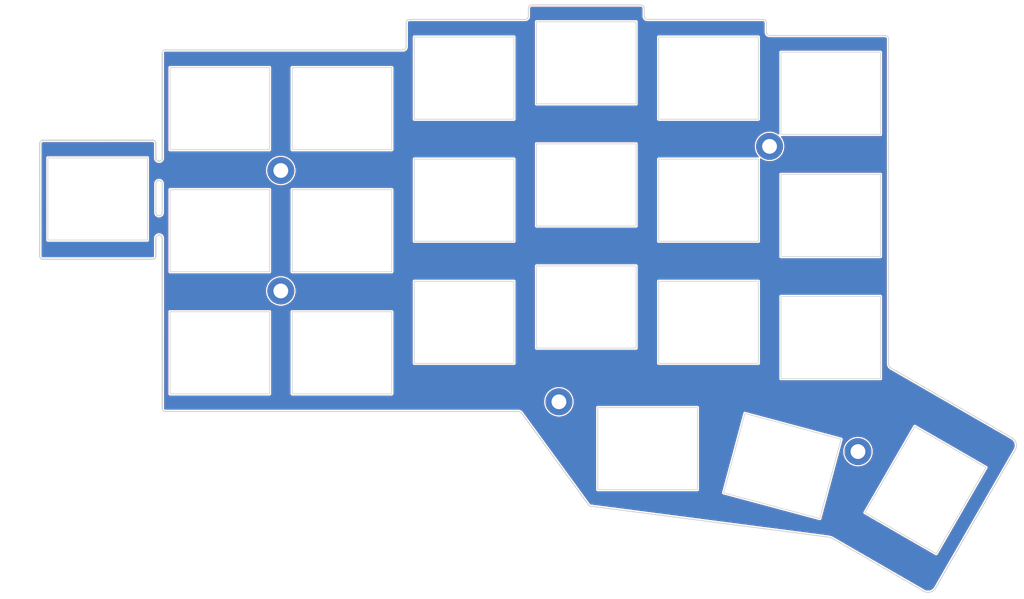
<source format=kicad_pcb>
(kicad_pcb (version 20171130) (host pcbnew "(5.1.10)-1")

  (general
    (thickness 1.6)
    (drawings 55)
    (tracks 0)
    (zones 0)
    (modules 27)
    (nets 1)
  )

  (page A4)
  (title_block
    (title "Corne Top Plate")
    (date 2018-12-09)
    (rev 2.1)
    (company foostan)
  )

  (layers
    (0 F.Cu signal)
    (31 B.Cu signal)
    (32 B.Adhes user hide)
    (33 F.Adhes user hide)
    (34 B.Paste user hide)
    (35 F.Paste user hide)
    (36 B.SilkS user)
    (37 F.SilkS user)
    (38 B.Mask user hide)
    (39 F.Mask user)
    (40 Dwgs.User user)
    (41 Cmts.User user)
    (42 Eco1.User user)
    (43 Eco2.User user)
    (44 Edge.Cuts user)
    (45 Margin user)
    (46 B.CrtYd user)
    (47 F.CrtYd user)
    (48 B.Fab user)
    (49 F.Fab user)
  )

  (setup
    (last_trace_width 0.25)
    (user_trace_width 0.2)
    (user_trace_width 0.5)
    (trace_clearance 0.2)
    (zone_clearance 0.2)
    (zone_45_only no)
    (trace_min 0.2)
    (via_size 0.6)
    (via_drill 0.4)
    (via_min_size 0.4)
    (via_min_drill 0.3)
    (uvia_size 0.3)
    (uvia_drill 0.1)
    (uvias_allowed no)
    (uvia_min_size 0.2)
    (uvia_min_drill 0.1)
    (edge_width 0.15)
    (segment_width 0.1)
    (pcb_text_width 0.3)
    (pcb_text_size 1.5 1.5)
    (mod_edge_width 0.15)
    (mod_text_size 1 1)
    (mod_text_width 0.15)
    (pad_size 4 4)
    (pad_drill 2.2)
    (pad_to_mask_clearance 0.2)
    (aux_axis_origin 174 65.7)
    (grid_origin 70.01 77.125)
    (visible_elements 7FFFFFFF)
    (pcbplotparams
      (layerselection 0x010f0_ffffffff)
      (usegerberextensions true)
      (usegerberattributes false)
      (usegerberadvancedattributes false)
      (creategerberjobfile false)
      (excludeedgelayer true)
      (linewidth 0.100000)
      (plotframeref false)
      (viasonmask false)
      (mode 1)
      (useauxorigin false)
      (hpglpennumber 1)
      (hpglpenspeed 20)
      (hpglpendiameter 15.000000)
      (psnegative false)
      (psa4output false)
      (plotreference true)
      (plotvalue true)
      (plotinvisibletext false)
      (padsonsilk false)
      (subtractmaskfromsilk false)
      (outputformat 1)
      (mirror false)
      (drillshape 0)
      (scaleselection 1)
      (outputdirectory "../../gerbers/"))
  )

  (net 0 "")

  (net_class Default "これは標準のネット クラスです。"
    (clearance 0.2)
    (trace_width 0.25)
    (via_dia 0.6)
    (via_drill 0.4)
    (uvia_dia 0.3)
    (uvia_drill 0.1)
  )

  (module kbd:SW_Hole_ALPS (layer F.Cu) (tedit 5FAC88DF) (tstamp 60CF949F)
    (at 53.55628 97.53298)
    (fp_text reference SW2 (at 7 8.1) (layer F.SilkS) hide
      (effects (font (size 1 1) (thickness 0.15)))
    )
    (fp_text value KEY_SWITCH (at -7.4 -8.1) (layer F.Fab) hide
      (effects (font (size 1 1) (thickness 0.15)))
    )
    (fp_line (start 9.525 9.525) (end 9.525 -9.525) (layer F.Fab) (width 0.15))
    (fp_line (start -9.525 9.525) (end 9.525 9.525) (layer F.Fab) (width 0.15))
    (fp_line (start -9.525 -9.525) (end -9.525 9.525) (layer F.Fab) (width 0.15))
    (fp_line (start 9.525 -9.525) (end -9.525 -9.525) (layer F.Fab) (width 0.15))
    (fp_line (start -7.75 -6.4) (end -7.75 6.4) (layer Edge.Cuts) (width 0.12))
    (fp_line (start -7.75 6.4) (end 7.75 6.4) (layer Edge.Cuts) (width 0.12))
    (fp_line (start 7.75 6.4) (end 7.75 -6.4) (layer Edge.Cuts) (width 0.12))
    (fp_line (start 7.75 -6.4) (end -7.75 -6.4) (layer Edge.Cuts) (width 0.12))
  )

  (module kbd:SW_Hole_ALPS (layer F.Cu) (tedit 5FAC88DF) (tstamp 5DC20BEA)
    (at 182.29 142.835 60)
    (fp_text reference SW2 (at 7 8.1 60) (layer F.SilkS) hide
      (effects (font (size 1 1) (thickness 0.15)))
    )
    (fp_text value KEY_SWITCH (at -7.4 -8.1 60) (layer F.Fab) hide
      (effects (font (size 1 1) (thickness 0.15)))
    )
    (fp_line (start 9.525 9.525) (end 9.525 -9.525) (layer F.Fab) (width 0.15))
    (fp_line (start -9.525 9.525) (end 9.525 9.525) (layer F.Fab) (width 0.15))
    (fp_line (start -9.525 -9.525) (end -9.525 9.525) (layer F.Fab) (width 0.15))
    (fp_line (start 9.525 -9.525) (end -9.525 -9.525) (layer F.Fab) (width 0.15))
    (fp_line (start -7.75 -6.4) (end -7.75 6.4) (layer Edge.Cuts) (width 0.12))
    (fp_line (start -7.75 6.4) (end 7.75 6.4) (layer Edge.Cuts) (width 0.12))
    (fp_line (start 7.75 6.4) (end 7.75 -6.4) (layer Edge.Cuts) (width 0.12))
    (fp_line (start 7.75 -6.4) (end -7.75 -6.4) (layer Edge.Cuts) (width 0.12))
  )

  (module kbd:SW_Hole_ALPS (layer F.Cu) (tedit 5FAC88DF) (tstamp 5DC20BC9)
    (at 160.032 139.094 345)
    (fp_text reference SW2 (at 7.000001 8.1 165) (layer F.SilkS) hide
      (effects (font (size 1 1) (thickness 0.15)))
    )
    (fp_text value KEY_SWITCH (at -7.4 -8.1 165) (layer F.Fab) hide
      (effects (font (size 1 1) (thickness 0.15)))
    )
    (fp_line (start 9.525 9.525) (end 9.525 -9.525) (layer F.Fab) (width 0.15))
    (fp_line (start -9.525 9.525) (end 9.525 9.525) (layer F.Fab) (width 0.15))
    (fp_line (start -9.525 -9.525) (end -9.525 9.525) (layer F.Fab) (width 0.15))
    (fp_line (start 9.525 -9.525) (end -9.525 -9.525) (layer F.Fab) (width 0.15))
    (fp_line (start -7.75 -6.4) (end -7.75 6.4) (layer Edge.Cuts) (width 0.12))
    (fp_line (start -7.75 6.4) (end 7.75 6.4) (layer Edge.Cuts) (width 0.12))
    (fp_line (start 7.75 6.4) (end 7.75 -6.4) (layer Edge.Cuts) (width 0.12))
    (fp_line (start 7.75 -6.4) (end -7.75 -6.4) (layer Edge.Cuts) (width 0.12))
  )

  (module kbd:SW_Hole_ALPS (layer F.Cu) (tedit 5FAC88DF) (tstamp 5DC20B59)
    (at 139.07 136.385)
    (fp_text reference SW2 (at 7 8.1) (layer F.SilkS) hide
      (effects (font (size 1 1) (thickness 0.15)))
    )
    (fp_text value KEY_SWITCH (at -7.4 -8.1) (layer F.Fab) hide
      (effects (font (size 1 1) (thickness 0.15)))
    )
    (fp_line (start 9.525 9.525) (end 9.525 -9.525) (layer F.Fab) (width 0.15))
    (fp_line (start -9.525 9.525) (end 9.525 9.525) (layer F.Fab) (width 0.15))
    (fp_line (start -9.525 -9.525) (end -9.525 9.525) (layer F.Fab) (width 0.15))
    (fp_line (start 9.525 -9.525) (end -9.525 -9.525) (layer F.Fab) (width 0.15))
    (fp_line (start -7.75 -6.4) (end -7.75 6.4) (layer Edge.Cuts) (width 0.12))
    (fp_line (start -7.75 6.4) (end 7.75 6.4) (layer Edge.Cuts) (width 0.12))
    (fp_line (start 7.75 6.4) (end 7.75 -6.4) (layer Edge.Cuts) (width 0.12))
    (fp_line (start 7.75 -6.4) (end -7.75 -6.4) (layer Edge.Cuts) (width 0.12))
  )

  (module kbd:SW_Hole_ALPS (layer F.Cu) (tedit 5FAC88DF) (tstamp 5DC20AAA)
    (at 167.55 119.1)
    (fp_text reference SW2 (at 7 8.1) (layer F.SilkS) hide
      (effects (font (size 1 1) (thickness 0.15)))
    )
    (fp_text value KEY_SWITCH (at -7.4 -8.1) (layer F.Fab) hide
      (effects (font (size 1 1) (thickness 0.15)))
    )
    (fp_line (start 9.525 9.525) (end 9.525 -9.525) (layer F.Fab) (width 0.15))
    (fp_line (start -9.525 9.525) (end 9.525 9.525) (layer F.Fab) (width 0.15))
    (fp_line (start -9.525 -9.525) (end -9.525 9.525) (layer F.Fab) (width 0.15))
    (fp_line (start 9.525 -9.525) (end -9.525 -9.525) (layer F.Fab) (width 0.15))
    (fp_line (start -7.75 -6.4) (end -7.75 6.4) (layer Edge.Cuts) (width 0.12))
    (fp_line (start -7.75 6.4) (end 7.75 6.4) (layer Edge.Cuts) (width 0.12))
    (fp_line (start 7.75 6.4) (end 7.75 -6.4) (layer Edge.Cuts) (width 0.12))
    (fp_line (start 7.75 -6.4) (end -7.75 -6.4) (layer Edge.Cuts) (width 0.12))
  )

  (module kbd:SW_Hole_ALPS (layer F.Cu) (tedit 5FAC88DF) (tstamp 5DC20A9F)
    (at 167.55 81.1)
    (fp_text reference SW2 (at 7 8.1) (layer F.SilkS) hide
      (effects (font (size 1 1) (thickness 0.15)))
    )
    (fp_text value KEY_SWITCH (at -7.4 -8.1) (layer F.Fab) hide
      (effects (font (size 1 1) (thickness 0.15)))
    )
    (fp_line (start 9.525 9.525) (end 9.525 -9.525) (layer F.Fab) (width 0.15))
    (fp_line (start -9.525 9.525) (end 9.525 9.525) (layer F.Fab) (width 0.15))
    (fp_line (start -9.525 -9.525) (end -9.525 9.525) (layer F.Fab) (width 0.15))
    (fp_line (start 9.525 -9.525) (end -9.525 -9.525) (layer F.Fab) (width 0.15))
    (fp_line (start -7.75 -6.4) (end -7.75 6.4) (layer Edge.Cuts) (width 0.12))
    (fp_line (start -7.75 6.4) (end 7.75 6.4) (layer Edge.Cuts) (width 0.12))
    (fp_line (start 7.75 6.4) (end 7.75 -6.4) (layer Edge.Cuts) (width 0.12))
    (fp_line (start 7.75 -6.4) (end -7.75 -6.4) (layer Edge.Cuts) (width 0.12))
  )

  (module kbd:SW_Hole_ALPS (layer F.Cu) (tedit 5FAC88DF) (tstamp 5DC20A94)
    (at 167.55 100.1)
    (fp_text reference SW2 (at 7 8.1) (layer F.SilkS) hide
      (effects (font (size 1 1) (thickness 0.15)))
    )
    (fp_text value KEY_SWITCH (at -7.4 -8.1) (layer F.Fab) hide
      (effects (font (size 1 1) (thickness 0.15)))
    )
    (fp_line (start 9.525 9.525) (end 9.525 -9.525) (layer F.Fab) (width 0.15))
    (fp_line (start -9.525 9.525) (end 9.525 9.525) (layer F.Fab) (width 0.15))
    (fp_line (start -9.525 -9.525) (end -9.525 9.525) (layer F.Fab) (width 0.15))
    (fp_line (start 9.525 -9.525) (end -9.525 -9.525) (layer F.Fab) (width 0.15))
    (fp_line (start -7.75 -6.4) (end -7.75 6.4) (layer Edge.Cuts) (width 0.12))
    (fp_line (start -7.75 6.4) (end 7.75 6.4) (layer Edge.Cuts) (width 0.12))
    (fp_line (start 7.75 6.4) (end 7.75 -6.4) (layer Edge.Cuts) (width 0.12))
    (fp_line (start 7.75 -6.4) (end -7.75 -6.4) (layer Edge.Cuts) (width 0.12))
  )

  (module kbd:SW_Hole_ALPS (layer F.Cu) (tedit 5FAC88DF) (tstamp 5DC20A68)
    (at 148.55 97.725)
    (fp_text reference SW2 (at 7 8.1) (layer F.SilkS) hide
      (effects (font (size 1 1) (thickness 0.15)))
    )
    (fp_text value KEY_SWITCH (at -7.4 -8.1) (layer F.Fab) hide
      (effects (font (size 1 1) (thickness 0.15)))
    )
    (fp_line (start 9.525 9.525) (end 9.525 -9.525) (layer F.Fab) (width 0.15))
    (fp_line (start -9.525 9.525) (end 9.525 9.525) (layer F.Fab) (width 0.15))
    (fp_line (start -9.525 -9.525) (end -9.525 9.525) (layer F.Fab) (width 0.15))
    (fp_line (start 9.525 -9.525) (end -9.525 -9.525) (layer F.Fab) (width 0.15))
    (fp_line (start -7.75 -6.4) (end -7.75 6.4) (layer Edge.Cuts) (width 0.12))
    (fp_line (start -7.75 6.4) (end 7.75 6.4) (layer Edge.Cuts) (width 0.12))
    (fp_line (start 7.75 6.4) (end 7.75 -6.4) (layer Edge.Cuts) (width 0.12))
    (fp_line (start 7.75 -6.4) (end -7.75 -6.4) (layer Edge.Cuts) (width 0.12))
  )

  (module kbd:SW_Hole_ALPS (layer F.Cu) (tedit 5FAC88DF) (tstamp 5DC20A5D)
    (at 148.55 78.725)
    (fp_text reference SW2 (at 7 8.1) (layer F.SilkS) hide
      (effects (font (size 1 1) (thickness 0.15)))
    )
    (fp_text value KEY_SWITCH (at -7.4 -8.1) (layer F.Fab) hide
      (effects (font (size 1 1) (thickness 0.15)))
    )
    (fp_line (start 9.525 9.525) (end 9.525 -9.525) (layer F.Fab) (width 0.15))
    (fp_line (start -9.525 9.525) (end 9.525 9.525) (layer F.Fab) (width 0.15))
    (fp_line (start -9.525 -9.525) (end -9.525 9.525) (layer F.Fab) (width 0.15))
    (fp_line (start 9.525 -9.525) (end -9.525 -9.525) (layer F.Fab) (width 0.15))
    (fp_line (start -7.75 -6.4) (end -7.75 6.4) (layer Edge.Cuts) (width 0.12))
    (fp_line (start -7.75 6.4) (end 7.75 6.4) (layer Edge.Cuts) (width 0.12))
    (fp_line (start 7.75 6.4) (end 7.75 -6.4) (layer Edge.Cuts) (width 0.12))
    (fp_line (start 7.75 -6.4) (end -7.75 -6.4) (layer Edge.Cuts) (width 0.12))
  )

  (module kbd:SW_Hole_ALPS (layer F.Cu) (tedit 5FAC88DF) (tstamp 5DC20A52)
    (at 148.55 116.725)
    (fp_text reference SW2 (at 7 8.1) (layer F.SilkS) hide
      (effects (font (size 1 1) (thickness 0.15)))
    )
    (fp_text value KEY_SWITCH (at -7.4 -8.1) (layer F.Fab) hide
      (effects (font (size 1 1) (thickness 0.15)))
    )
    (fp_line (start 9.525 9.525) (end 9.525 -9.525) (layer F.Fab) (width 0.15))
    (fp_line (start -9.525 9.525) (end 9.525 9.525) (layer F.Fab) (width 0.15))
    (fp_line (start -9.525 -9.525) (end -9.525 9.525) (layer F.Fab) (width 0.15))
    (fp_line (start 9.525 -9.525) (end -9.525 -9.525) (layer F.Fab) (width 0.15))
    (fp_line (start -7.75 -6.4) (end -7.75 6.4) (layer Edge.Cuts) (width 0.12))
    (fp_line (start -7.75 6.4) (end 7.75 6.4) (layer Edge.Cuts) (width 0.12))
    (fp_line (start 7.75 6.4) (end 7.75 -6.4) (layer Edge.Cuts) (width 0.12))
    (fp_line (start 7.75 -6.4) (end -7.75 -6.4) (layer Edge.Cuts) (width 0.12))
  )

  (module kbd:SW_Hole_ALPS (layer F.Cu) (tedit 5FAC88DF) (tstamp 5DC20A26)
    (at 129.55 95.35)
    (fp_text reference SW2 (at 7 8.1) (layer F.SilkS) hide
      (effects (font (size 1 1) (thickness 0.15)))
    )
    (fp_text value KEY_SWITCH (at -7.4 -8.1) (layer F.Fab) hide
      (effects (font (size 1 1) (thickness 0.15)))
    )
    (fp_line (start 9.525 9.525) (end 9.525 -9.525) (layer F.Fab) (width 0.15))
    (fp_line (start -9.525 9.525) (end 9.525 9.525) (layer F.Fab) (width 0.15))
    (fp_line (start -9.525 -9.525) (end -9.525 9.525) (layer F.Fab) (width 0.15))
    (fp_line (start 9.525 -9.525) (end -9.525 -9.525) (layer F.Fab) (width 0.15))
    (fp_line (start -7.75 -6.4) (end -7.75 6.4) (layer Edge.Cuts) (width 0.12))
    (fp_line (start -7.75 6.4) (end 7.75 6.4) (layer Edge.Cuts) (width 0.12))
    (fp_line (start 7.75 6.4) (end 7.75 -6.4) (layer Edge.Cuts) (width 0.12))
    (fp_line (start 7.75 -6.4) (end -7.75 -6.4) (layer Edge.Cuts) (width 0.12))
  )

  (module kbd:SW_Hole_ALPS (layer F.Cu) (tedit 5FAC88DF) (tstamp 5DC20A1B)
    (at 129.55 114.35)
    (fp_text reference SW2 (at 7 8.1) (layer F.SilkS) hide
      (effects (font (size 1 1) (thickness 0.15)))
    )
    (fp_text value KEY_SWITCH (at -7.4 -8.1) (layer F.Fab) hide
      (effects (font (size 1 1) (thickness 0.15)))
    )
    (fp_line (start 9.525 9.525) (end 9.525 -9.525) (layer F.Fab) (width 0.15))
    (fp_line (start -9.525 9.525) (end 9.525 9.525) (layer F.Fab) (width 0.15))
    (fp_line (start -9.525 -9.525) (end -9.525 9.525) (layer F.Fab) (width 0.15))
    (fp_line (start 9.525 -9.525) (end -9.525 -9.525) (layer F.Fab) (width 0.15))
    (fp_line (start -7.75 -6.4) (end -7.75 6.4) (layer Edge.Cuts) (width 0.12))
    (fp_line (start -7.75 6.4) (end 7.75 6.4) (layer Edge.Cuts) (width 0.12))
    (fp_line (start 7.75 6.4) (end 7.75 -6.4) (layer Edge.Cuts) (width 0.12))
    (fp_line (start 7.75 -6.4) (end -7.75 -6.4) (layer Edge.Cuts) (width 0.12))
  )

  (module kbd:SW_Hole_ALPS (layer F.Cu) (tedit 5FAC88DF) (tstamp 5DC20A10)
    (at 129.55 76.35)
    (fp_text reference SW2 (at 7 8.1) (layer F.SilkS) hide
      (effects (font (size 1 1) (thickness 0.15)))
    )
    (fp_text value KEY_SWITCH (at -7.4 -8.1) (layer F.Fab) hide
      (effects (font (size 1 1) (thickness 0.15)))
    )
    (fp_line (start 9.525 9.525) (end 9.525 -9.525) (layer F.Fab) (width 0.15))
    (fp_line (start -9.525 9.525) (end 9.525 9.525) (layer F.Fab) (width 0.15))
    (fp_line (start -9.525 -9.525) (end -9.525 9.525) (layer F.Fab) (width 0.15))
    (fp_line (start 9.525 -9.525) (end -9.525 -9.525) (layer F.Fab) (width 0.15))
    (fp_line (start -7.75 -6.4) (end -7.75 6.4) (layer Edge.Cuts) (width 0.12))
    (fp_line (start -7.75 6.4) (end 7.75 6.4) (layer Edge.Cuts) (width 0.12))
    (fp_line (start 7.75 6.4) (end 7.75 -6.4) (layer Edge.Cuts) (width 0.12))
    (fp_line (start 7.75 -6.4) (end -7.75 -6.4) (layer Edge.Cuts) (width 0.12))
  )

  (module kbd:SW_Hole_ALPS (layer F.Cu) (tedit 5FAC88DF) (tstamp 5DC209E4)
    (at 110.55 97.725)
    (fp_text reference SW2 (at 7 8.1) (layer F.SilkS) hide
      (effects (font (size 1 1) (thickness 0.15)))
    )
    (fp_text value KEY_SWITCH (at -7.4 -8.1) (layer F.Fab) hide
      (effects (font (size 1 1) (thickness 0.15)))
    )
    (fp_line (start 9.525 9.525) (end 9.525 -9.525) (layer F.Fab) (width 0.15))
    (fp_line (start -9.525 9.525) (end 9.525 9.525) (layer F.Fab) (width 0.15))
    (fp_line (start -9.525 -9.525) (end -9.525 9.525) (layer F.Fab) (width 0.15))
    (fp_line (start 9.525 -9.525) (end -9.525 -9.525) (layer F.Fab) (width 0.15))
    (fp_line (start -7.75 -6.4) (end -7.75 6.4) (layer Edge.Cuts) (width 0.12))
    (fp_line (start -7.75 6.4) (end 7.75 6.4) (layer Edge.Cuts) (width 0.12))
    (fp_line (start 7.75 6.4) (end 7.75 -6.4) (layer Edge.Cuts) (width 0.12))
    (fp_line (start 7.75 -6.4) (end -7.75 -6.4) (layer Edge.Cuts) (width 0.12))
  )

  (module kbd:SW_Hole_ALPS (layer F.Cu) (tedit 5FAC88DF) (tstamp 5DC209D9)
    (at 110.55 116.725)
    (fp_text reference SW2 (at 7 8.1) (layer F.SilkS) hide
      (effects (font (size 1 1) (thickness 0.15)))
    )
    (fp_text value KEY_SWITCH (at -7.4 -8.1) (layer F.Fab) hide
      (effects (font (size 1 1) (thickness 0.15)))
    )
    (fp_line (start 9.525 9.525) (end 9.525 -9.525) (layer F.Fab) (width 0.15))
    (fp_line (start -9.525 9.525) (end 9.525 9.525) (layer F.Fab) (width 0.15))
    (fp_line (start -9.525 -9.525) (end -9.525 9.525) (layer F.Fab) (width 0.15))
    (fp_line (start 9.525 -9.525) (end -9.525 -9.525) (layer F.Fab) (width 0.15))
    (fp_line (start -7.75 -6.4) (end -7.75 6.4) (layer Edge.Cuts) (width 0.12))
    (fp_line (start -7.75 6.4) (end 7.75 6.4) (layer Edge.Cuts) (width 0.12))
    (fp_line (start 7.75 6.4) (end 7.75 -6.4) (layer Edge.Cuts) (width 0.12))
    (fp_line (start 7.75 -6.4) (end -7.75 -6.4) (layer Edge.Cuts) (width 0.12))
  )

  (module kbd:SW_Hole_ALPS (layer F.Cu) (tedit 5FAC88DF) (tstamp 5DC209CE)
    (at 110.55 78.725)
    (fp_text reference SW2 (at 7 8.1) (layer F.SilkS) hide
      (effects (font (size 1 1) (thickness 0.15)))
    )
    (fp_text value KEY_SWITCH (at -7.4 -8.1) (layer F.Fab) hide
      (effects (font (size 1 1) (thickness 0.15)))
    )
    (fp_line (start 9.525 9.525) (end 9.525 -9.525) (layer F.Fab) (width 0.15))
    (fp_line (start -9.525 9.525) (end 9.525 9.525) (layer F.Fab) (width 0.15))
    (fp_line (start -9.525 -9.525) (end -9.525 9.525) (layer F.Fab) (width 0.15))
    (fp_line (start 9.525 -9.525) (end -9.525 -9.525) (layer F.Fab) (width 0.15))
    (fp_line (start -7.75 -6.4) (end -7.75 6.4) (layer Edge.Cuts) (width 0.12))
    (fp_line (start -7.75 6.4) (end 7.75 6.4) (layer Edge.Cuts) (width 0.12))
    (fp_line (start 7.75 6.4) (end 7.75 -6.4) (layer Edge.Cuts) (width 0.12))
    (fp_line (start 7.75 -6.4) (end -7.75 -6.4) (layer Edge.Cuts) (width 0.12))
  )

  (module kbd:SW_Hole_ALPS (layer F.Cu) (tedit 5FAC88DF) (tstamp 5DC2068E)
    (at 91.55 102.475)
    (fp_text reference SW2 (at 7 8.1) (layer F.SilkS) hide
      (effects (font (size 1 1) (thickness 0.15)))
    )
    (fp_text value KEY_SWITCH (at -7.4 -8.1) (layer F.Fab) hide
      (effects (font (size 1 1) (thickness 0.15)))
    )
    (fp_line (start 9.525 9.525) (end 9.525 -9.525) (layer F.Fab) (width 0.15))
    (fp_line (start -9.525 9.525) (end 9.525 9.525) (layer F.Fab) (width 0.15))
    (fp_line (start -9.525 -9.525) (end -9.525 9.525) (layer F.Fab) (width 0.15))
    (fp_line (start 9.525 -9.525) (end -9.525 -9.525) (layer F.Fab) (width 0.15))
    (fp_line (start -7.75 -6.4) (end -7.75 6.4) (layer Edge.Cuts) (width 0.12))
    (fp_line (start -7.75 6.4) (end 7.75 6.4) (layer Edge.Cuts) (width 0.12))
    (fp_line (start 7.75 6.4) (end 7.75 -6.4) (layer Edge.Cuts) (width 0.12))
    (fp_line (start 7.75 -6.4) (end -7.75 -6.4) (layer Edge.Cuts) (width 0.12))
  )

  (module kbd:SW_Hole_ALPS (layer F.Cu) (tedit 5FAC88DF) (tstamp 5DC20683)
    (at 91.55 121.475)
    (fp_text reference SW2 (at 7 8.1) (layer F.SilkS) hide
      (effects (font (size 1 1) (thickness 0.15)))
    )
    (fp_text value KEY_SWITCH (at -7.4 -8.1) (layer F.Fab) hide
      (effects (font (size 1 1) (thickness 0.15)))
    )
    (fp_line (start 9.525 9.525) (end 9.525 -9.525) (layer F.Fab) (width 0.15))
    (fp_line (start -9.525 9.525) (end 9.525 9.525) (layer F.Fab) (width 0.15))
    (fp_line (start -9.525 -9.525) (end -9.525 9.525) (layer F.Fab) (width 0.15))
    (fp_line (start 9.525 -9.525) (end -9.525 -9.525) (layer F.Fab) (width 0.15))
    (fp_line (start -7.75 -6.4) (end -7.75 6.4) (layer Edge.Cuts) (width 0.12))
    (fp_line (start -7.75 6.4) (end 7.75 6.4) (layer Edge.Cuts) (width 0.12))
    (fp_line (start 7.75 6.4) (end 7.75 -6.4) (layer Edge.Cuts) (width 0.12))
    (fp_line (start 7.75 -6.4) (end -7.75 -6.4) (layer Edge.Cuts) (width 0.12))
  )

  (module kbd:SW_Hole_ALPS (layer F.Cu) (tedit 5FAC88DF) (tstamp 5DC2064A)
    (at 72.55 121.475)
    (fp_text reference SW2 (at 7 8.1) (layer F.SilkS) hide
      (effects (font (size 1 1) (thickness 0.15)))
    )
    (fp_text value KEY_SWITCH (at -7.4 -8.1) (layer F.Fab) hide
      (effects (font (size 1 1) (thickness 0.15)))
    )
    (fp_line (start 9.525 9.525) (end 9.525 -9.525) (layer F.Fab) (width 0.15))
    (fp_line (start -9.525 9.525) (end 9.525 9.525) (layer F.Fab) (width 0.15))
    (fp_line (start -9.525 -9.525) (end -9.525 9.525) (layer F.Fab) (width 0.15))
    (fp_line (start 9.525 -9.525) (end -9.525 -9.525) (layer F.Fab) (width 0.15))
    (fp_line (start -7.75 -6.4) (end -7.75 6.4) (layer Edge.Cuts) (width 0.12))
    (fp_line (start -7.75 6.4) (end 7.75 6.4) (layer Edge.Cuts) (width 0.12))
    (fp_line (start 7.75 6.4) (end 7.75 -6.4) (layer Edge.Cuts) (width 0.12))
    (fp_line (start 7.75 -6.4) (end -7.75 -6.4) (layer Edge.Cuts) (width 0.12))
  )

  (module kbd:SW_Hole_ALPS (layer F.Cu) (tedit 5FAC88DF) (tstamp 5DC20634)
    (at 72.55 102.475)
    (fp_text reference SW2 (at 7 8.1) (layer F.SilkS) hide
      (effects (font (size 1 1) (thickness 0.15)))
    )
    (fp_text value KEY_SWITCH (at -7.4 -8.1) (layer F.Fab) hide
      (effects (font (size 1 1) (thickness 0.15)))
    )
    (fp_line (start 9.525 9.525) (end 9.525 -9.525) (layer F.Fab) (width 0.15))
    (fp_line (start -9.525 9.525) (end 9.525 9.525) (layer F.Fab) (width 0.15))
    (fp_line (start -9.525 -9.525) (end -9.525 9.525) (layer F.Fab) (width 0.15))
    (fp_line (start 9.525 -9.525) (end -9.525 -9.525) (layer F.Fab) (width 0.15))
    (fp_line (start -7.75 -6.4) (end -7.75 6.4) (layer Edge.Cuts) (width 0.12))
    (fp_line (start -7.75 6.4) (end 7.75 6.4) (layer Edge.Cuts) (width 0.12))
    (fp_line (start 7.75 6.4) (end 7.75 -6.4) (layer Edge.Cuts) (width 0.12))
    (fp_line (start 7.75 -6.4) (end -7.75 -6.4) (layer Edge.Cuts) (width 0.12))
  )

  (module kbd:SW_Hole_ALPS (layer F.Cu) (tedit 5FAC88DF) (tstamp 5DC20052)
    (at 72.55 83.475)
    (fp_text reference SW2 (at 7 8.1) (layer F.SilkS) hide
      (effects (font (size 1 1) (thickness 0.15)))
    )
    (fp_text value KEY_SWITCH (at -7.4 -8.1) (layer F.Fab) hide
      (effects (font (size 1 1) (thickness 0.15)))
    )
    (fp_line (start 9.525 9.525) (end 9.525 -9.525) (layer F.Fab) (width 0.15))
    (fp_line (start -9.525 9.525) (end 9.525 9.525) (layer F.Fab) (width 0.15))
    (fp_line (start -9.525 -9.525) (end -9.525 9.525) (layer F.Fab) (width 0.15))
    (fp_line (start 9.525 -9.525) (end -9.525 -9.525) (layer F.Fab) (width 0.15))
    (fp_line (start -7.75 -6.4) (end -7.75 6.4) (layer Edge.Cuts) (width 0.12))
    (fp_line (start -7.75 6.4) (end 7.75 6.4) (layer Edge.Cuts) (width 0.12))
    (fp_line (start 7.75 6.4) (end 7.75 -6.4) (layer Edge.Cuts) (width 0.12))
    (fp_line (start 7.75 -6.4) (end -7.75 -6.4) (layer Edge.Cuts) (width 0.12))
  )

  (module kbd:SW_Hole_ALPS (layer F.Cu) (tedit 5FAC88DF) (tstamp 5DC20678)
    (at 91.55 83.475)
    (fp_text reference SW2 (at 7 8.1) (layer F.SilkS) hide
      (effects (font (size 1 1) (thickness 0.15)))
    )
    (fp_text value KEY_SWITCH (at -7.4 -8.1) (layer F.Fab) hide
      (effects (font (size 1 1) (thickness 0.15)))
    )
    (fp_line (start 9.525 9.525) (end 9.525 -9.525) (layer F.Fab) (width 0.15))
    (fp_line (start -9.525 9.525) (end 9.525 9.525) (layer F.Fab) (width 0.15))
    (fp_line (start -9.525 -9.525) (end -9.525 9.525) (layer F.Fab) (width 0.15))
    (fp_line (start 9.525 -9.525) (end -9.525 -9.525) (layer F.Fab) (width 0.15))
    (fp_line (start -7.75 -6.4) (end -7.75 6.4) (layer Edge.Cuts) (width 0.12))
    (fp_line (start -7.75 6.4) (end 7.75 6.4) (layer Edge.Cuts) (width 0.12))
    (fp_line (start 7.75 6.4) (end 7.75 -6.4) (layer Edge.Cuts) (width 0.12))
    (fp_line (start 7.75 -6.4) (end -7.75 -6.4) (layer Edge.Cuts) (width 0.12))
  )

  (module kbd:M2_Hole_TH (layer F.Cu) (tedit 5F7666C1) (tstamp 5AAA7D53)
    (at 171.79 136.85)
    (fp_text reference "" (at 0 -3.2) (layer F.SilkS)
      (effects (font (size 1 1) (thickness 0.15)))
    )
    (fp_text value "" (at 0 3.2) (layer F.Fab)
      (effects (font (size 1 1) (thickness 0.15)))
    )
    (fp_text user %R (at 0.3 0) (layer F.Fab)
      (effects (font (size 1 1) (thickness 0.15)))
    )
    (pad "" thru_hole circle (at 0 0) (size 4.2 4.2) (drill 2.3) (layers *.Cu *.Mask))
  )

  (module kbd:M2_Hole_TH (layer F.Cu) (tedit 5F7666C1) (tstamp 5AAA5A9F)
    (at 82.04 111.85)
    (fp_text reference "" (at 0 -3.2) (layer F.SilkS)
      (effects (font (size 1 1) (thickness 0.15)))
    )
    (fp_text value "" (at 0 3.2) (layer F.Fab)
      (effects (font (size 1 1) (thickness 0.15)))
    )
    (fp_text user %R (at 0.3 0) (layer F.Fab)
      (effects (font (size 1 1) (thickness 0.15)))
    )
    (pad "" thru_hole circle (at 0 0) (size 4.2 4.2) (drill 2.3) (layers *.Cu *.Mask))
  )

  (module kbd:M2_Hole_TH (layer F.Cu) (tedit 5F7666C1) (tstamp 5AAA7C39)
    (at 158.04 89.35)
    (fp_text reference "" (at 0 -3.2) (layer F.SilkS)
      (effects (font (size 1 1) (thickness 0.15)))
    )
    (fp_text value "" (at 0 3.2) (layer F.Fab)
      (effects (font (size 1 1) (thickness 0.15)))
    )
    (fp_text user %R (at 0.3 0) (layer F.Fab)
      (effects (font (size 1 1) (thickness 0.15)))
    )
    (pad "" thru_hole circle (at 0 0) (size 4.2 4.2) (drill 2.3) (layers *.Cu *.Mask))
  )

  (module kbd:M2_Hole_TH (layer F.Cu) (tedit 5F7666C1) (tstamp 5AAA5A7C)
    (at 82.04 93.1)
    (fp_text reference "" (at 0 -3.2) (layer F.SilkS)
      (effects (font (size 1 1) (thickness 0.15)))
    )
    (fp_text value "" (at 0 3.2) (layer F.Fab)
      (effects (font (size 1 1) (thickness 0.15)))
    )
    (fp_text user %R (at 0.3 0) (layer F.Fab)
      (effects (font (size 1 1) (thickness 0.15)))
    )
    (pad "" thru_hole circle (at 0 0) (size 4.2 4.2) (drill 2.3) (layers *.Cu *.Mask))
  )

  (module kbd:M2_Hole_TH (layer F.Cu) (tedit 5F7666C1) (tstamp 5AAA7C4A)
    (at 125.29 129.1)
    (fp_text reference "" (at 0 -3.2) (layer F.SilkS)
      (effects (font (size 1 1) (thickness 0.15)))
    )
    (fp_text value "" (at 0 3.2) (layer F.Fab)
      (effects (font (size 1 1) (thickness 0.15)))
    )
    (fp_text user %R (at 0.3 0) (layer F.Fab)
      (effects (font (size 1 1) (thickness 0.15)))
    )
    (pad "" thru_hole circle (at 0 0) (size 4.2 4.2) (drill 2.3) (layers *.Cu *.Mask))
  )

  (gr_arc (start 62.10628 88.89568) (end 62.10628 88.39568) (angle 90) (layer Edge.Cuts) (width 0.2) (tstamp 60CF8E75))
  (gr_line (start 45.05488 106.9042) (end 62.11098 106.9042) (layer Edge.Cuts) (width 0.2) (tstamp 60CF8E74))
  (gr_line (start 62.60628 99.65498) (end 62.60628 95.15498) (angle 90) (layer Edge.Cuts) (width 0.15) (tstamp 60CF8E73))
  (gr_line (start 63.60628 74.943119) (end 63.60628 91.15498) (layer Edge.Cuts) (width 0.2) (tstamp 60CF8E72))
  (gr_arc (start 63.10628 99.65498) (end 63.60628 99.65498) (angle 90) (layer Edge.Cuts) (width 0.15) (tstamp 60CF8E71))
  (gr_arc (start 63.10708 103.65498) (end 63.10708 103.15498) (angle 90) (layer Edge.Cuts) (width 0.2) (tstamp 60CF8E6F))
  (gr_line (start 63.60628 95.15498) (end 63.60628 99.65498) (angle 90) (layer Edge.Cuts) (width 0.15) (tstamp 60CF8E6E))
  (gr_arc (start 63.10628 95.15498) (end 63.10628 94.65498) (angle 90) (layer Edge.Cuts) (width 0.15) (tstamp 60CF8E6D))
  (gr_line (start 62.10628 88.39568) (end 45.05958 88.4042) (layer Edge.Cuts) (width 0.2) (tstamp 60CF8E6C))
  (gr_line (start 44.55958 88.9042) (end 44.55488 106.4042) (layer Edge.Cuts) (width 0.2) (tstamp 60CF8E6B))
  (gr_line (start 62.60628 91.15498) (end 62.60628 88.89568) (layer Edge.Cuts) (width 0.2) (tstamp 60CF8E6A))
  (gr_arc (start 45.05488 106.4042) (end 45.05488 106.9042) (angle 90) (layer Edge.Cuts) (width 0.2) (tstamp 60CF8E69))
  (gr_arc (start 62.11098 106.4042) (end 62.61098 106.4042) (angle 90) (layer Edge.Cuts) (width 0.2) (tstamp 60CF8E68))
  (gr_arc (start 45.05958 88.9042) (end 44.55958 88.9042) (angle 90) (layer Edge.Cuts) (width 0.2) (tstamp 60CF8E67))
  (gr_arc (start 63.10628 103.65498) (end 62.60628 103.65498) (angle 90) (layer Edge.Cuts) (width 0.2) (tstamp 60CF8E66))
  (gr_line (start 63.6092 130.1) (end 63.60708 103.65498) (layer Edge.Cuts) (width 0.2) (tstamp 60CF8E65))
  (gr_arc (start 63.10628 95.15498) (end 62.60628 95.15498) (angle 90) (layer Edge.Cuts) (width 0.15) (tstamp 60CF8E64))
  (gr_arc (start 63.10628 91.15498) (end 63.10628 91.65498) (angle 90) (layer Edge.Cuts) (width 0.2) (tstamp 60CF8E63))
  (gr_arc (start 63.10628 99.65498) (end 63.10628 100.15498) (angle 90) (layer Edge.Cuts) (width 0.15) (tstamp 60CF8E62))
  (gr_arc (start 63.10628 91.15498) (end 63.60628 91.15498) (angle 90) (layer Edge.Cuts) (width 0.2) (tstamp 60CF8E60))
  (gr_line (start 62.61098 106.4042) (end 62.60708 103.65498) (layer Edge.Cuts) (width 0.2) (tstamp 60CF8E5F))
  (dimension 92.487 (width 0.15) (layer Dwgs.User)
    (gr_text "92.487 mm" (at 42.04 112.8875 270) (layer Dwgs.User)
      (effects (font (size 1 1) (thickness 0.15)))
    )
    (feature1 (pts (xy 53.342 159.131) (xy 42.753579 159.131)))
    (feature2 (pts (xy 53.342 66.644) (xy 42.753579 66.644)))
    (crossbar (pts (xy 43.34 66.644) (xy 43.34 159.131)))
    (arrow1a (pts (xy 43.34 159.131) (xy 42.753579 158.004496)))
    (arrow1b (pts (xy 43.34 159.131) (xy 43.926421 158.004496)))
    (arrow2a (pts (xy 43.34 66.644) (xy 42.753579 67.770504)))
    (arrow2b (pts (xy 43.34 66.644) (xy 43.926421 67.770504)))
  )
  (gr_arc (start 177.387282 123.135192) (end 176.537282 123.160192) (angle -52.52752939) (layer Edge.Cuts) (width 0.15))
  (gr_arc (start 195.040001 135.900001) (end 196.19 136.675) (angle -90.22347501) (layer Edge.Cuts) (width 0.15) (tstamp 5B892EBC))
  (gr_line (start 195.810509 134.746988) (end 176.89 123.825) (layer Edge.Cuts) (width 0.15))
  (gr_arc (start 182.68425 157.360957) (end 181.909251 158.510956) (angle -90.22347501) (layer Edge.Cuts) (width 0.15))
  (gr_arc (start 166.627404 153.51844) (end 167.615 150.25) (angle -11.21335546) (layer Edge.Cuts) (width 0.15))
  (gr_line (start 183.837263 158.131465) (end 196.19 136.675) (layer Edge.Cuts) (width 0.15))
  (gr_line (start 167.615 150.25) (end 181.909251 158.510956) (layer Edge.Cuts) (width 0.15))
  (gr_line (start 130.29 145.35) (end 166.960556 150.120344) (layer Edge.Cuts) (width 0.15))
  (gr_arc (start 130.29 144.85) (end 130.29 145.35) (angle 45) (layer Edge.Cuts) (width 0.15))
  (gr_line (start 119.393553 130.746447) (end 129.936447 145.203553) (angle 90) (layer Edge.Cuts) (width 0.15))
  (gr_line (start 176.54 72.6) (end 176.537282 123.160192) (angle 90) (layer Edge.Cuts) (width 0.15))
  (gr_arc (start 176.04 72.6) (end 176.04 72.1) (angle 90) (layer Edge.Cuts) (width 0.15))
  (gr_arc (start 119.04 131.1) (end 119.04 130.6) (angle 45) (layer Edge.Cuts) (width 0.15))
  (gr_arc (start 64.1092 130.1) (end 64.1092 130.6) (angle 90) (layer Edge.Cuts) (width 0.15))
  (gr_arc (start 64.04 74.805139) (end 63.60628 74.943119) (angle 107.6475069) (layer Edge.Cuts) (width 0.15))
  (gr_arc (start 101.04 73.85) (end 101.54 73.85) (angle 90) (layer Edge.Cuts) (width 0.15))
  (gr_arc (start 102.04 70.1) (end 101.54 70.1) (angle 90) (layer Edge.Cuts) (width 0.15))
  (gr_arc (start 120.04 69.1) (end 120.54 69.1) (angle 90) (layer Edge.Cuts) (width 0.15))
  (gr_arc (start 121.04 67.85) (end 120.54 67.85) (angle 90) (layer Edge.Cuts) (width 0.15))
  (gr_arc (start 138.04 67.85) (end 138.04 67.35) (angle 90) (layer Edge.Cuts) (width 0.15))
  (gr_arc (start 139.04 69.1) (end 139.04 69.6) (angle 90) (layer Edge.Cuts) (width 0.15))
  (gr_arc (start 157.04 70.1) (end 157.04 69.6) (angle 90) (layer Edge.Cuts) (width 0.15))
  (gr_arc (start 158.04 71.6) (end 158.04 72.1) (angle 90) (layer Edge.Cuts) (width 0.15))
  (gr_line (start 119.04 130.6) (end 64.1092 130.6) (angle 90) (layer Edge.Cuts) (width 0.15))
  (gr_line (start 101.04 74.35) (end 64.04 74.35) (angle 90) (layer Edge.Cuts) (width 0.15))
  (gr_line (start 101.54 70.1) (end 101.54 73.85) (angle 90) (layer Edge.Cuts) (width 0.15))
  (gr_line (start 120.04 69.6) (end 102.04 69.6) (angle 90) (layer Edge.Cuts) (width 0.15))
  (gr_line (start 120.54 67.85) (end 120.54 69.1) (angle 90) (layer Edge.Cuts) (width 0.15))
  (gr_line (start 138.04 67.35) (end 121.04 67.35) (angle 90) (layer Edge.Cuts) (width 0.15))
  (gr_line (start 138.54 69.1) (end 138.54 67.85) (angle 90) (layer Edge.Cuts) (width 0.15))
  (gr_line (start 157.04 69.6) (end 139.04 69.6) (angle 90) (layer Edge.Cuts) (width 0.15))
  (gr_line (start 157.54 71.6) (end 157.54 70.1) (angle 90) (layer Edge.Cuts) (width 0.15))
  (gr_line (start 176.04 72.1) (end 158.04 72.1) (angle 90) (layer Edge.Cuts) (width 0.15))

  (zone (net 0) (net_name "") (layer B.Cu) (tstamp 61A8B607) (hatch edge 0.508)
    (connect_pads (clearance 0.2))
    (min_thickness 0.2)
    (fill yes (arc_segments 32) (thermal_gap 0.508) (thermal_bridge_width 0.508))
    (polygon
      (pts
        (xy 139.075 69.2) (xy 158.1 69.2) (xy 158.1 71.575) (xy 177.075 71.575) (xy 177.075 123.05)
        (xy 197.575 134.975) (xy 183.25 159.8) (xy 167.45 150.675) (xy 129.85 145.775) (xy 119.175 131)
        (xy 63.024959 131.037021) (xy 63.025 106.97) (xy 43.975 106.97) (xy 43.975 87.92) (xy 63.025 87.92)
        (xy 63.025028 73.982938) (xy 101.025 73.95) (xy 101.025 69.2) (xy 120.025 69.225) (xy 120.025 66.825)
        (xy 139.075 66.825)
      )
    )
    (filled_polygon
      (pts
        (xy 138.06393 67.729144) (xy 138.086948 67.736094) (xy 138.108179 67.747382) (xy 138.12681 67.762577) (xy 138.14214 67.781107)
        (xy 138.153576 67.802259) (xy 138.160685 67.825225) (xy 138.165001 67.866288) (xy 138.165 69.118418) (xy 138.166577 69.134433)
        (xy 138.166556 69.137477) (xy 138.167066 69.142689) (xy 138.177266 69.239737) (xy 138.184111 69.273081) (xy 138.19047 69.306416)
        (xy 138.191983 69.311429) (xy 138.220838 69.404648) (xy 138.234024 69.436016) (xy 138.246743 69.467495) (xy 138.249201 69.472119)
        (xy 138.295613 69.557956) (xy 138.314626 69.586143) (xy 138.33323 69.614573) (xy 138.336539 69.618631) (xy 138.398741 69.693819)
        (xy 138.422831 69.717741) (xy 138.446635 69.742049) (xy 138.45067 69.745387) (xy 138.526291 69.807063) (xy 138.554576 69.825856)
        (xy 138.582648 69.845077) (xy 138.587254 69.847567) (xy 138.673415 69.893379) (xy 138.704826 69.906326) (xy 138.736075 69.919719)
        (xy 138.741077 69.921267) (xy 138.834495 69.949472) (xy 138.867824 69.956072) (xy 138.901084 69.963141) (xy 138.906285 69.963687)
        (xy 138.906288 69.963688) (xy 138.906291 69.963688) (xy 139.002931 69.973163) (xy 139.021581 69.975) (xy 157.021665 69.975)
        (xy 157.06393 69.979144) (xy 157.086948 69.986094) (xy 157.108179 69.997382) (xy 157.12681 70.012577) (xy 157.14214 70.031107)
        (xy 157.153576 70.052259) (xy 157.160685 70.075225) (xy 157.165001 70.116288) (xy 157.165 71.618418) (xy 157.166577 71.634433)
        (xy 157.166556 71.637477) (xy 157.167066 71.642689) (xy 157.177266 71.739737) (xy 157.184111 71.773081) (xy 157.19047 71.806416)
        (xy 157.191983 71.811429) (xy 157.220838 71.904648) (xy 157.234024 71.936016) (xy 157.246743 71.967495) (xy 157.249201 71.972119)
        (xy 157.295613 72.057956) (xy 157.314626 72.086143) (xy 157.33323 72.114573) (xy 157.336539 72.118631) (xy 157.398741 72.193819)
        (xy 157.422831 72.217741) (xy 157.446635 72.242049) (xy 157.45067 72.245387) (xy 157.526291 72.307063) (xy 157.554576 72.325856)
        (xy 157.582648 72.345077) (xy 157.587254 72.347567) (xy 157.673415 72.393379) (xy 157.704826 72.406326) (xy 157.736075 72.419719)
        (xy 157.741077 72.421267) (xy 157.834495 72.449472) (xy 157.867824 72.456072) (xy 157.901084 72.463141) (xy 157.906285 72.463687)
        (xy 157.906288 72.463688) (xy 157.906291 72.463688) (xy 158.002931 72.473163) (xy 158.021581 72.475) (xy 176.021665 72.475)
        (xy 176.06393 72.479144) (xy 176.086948 72.486094) (xy 176.108179 72.497382) (xy 176.12681 72.512577) (xy 176.14214 72.531107)
        (xy 176.153576 72.552259) (xy 176.160685 72.575225) (xy 176.164999 72.61627) (xy 176.162282 123.17859) (xy 176.164028 123.196326)
        (xy 176.164039 123.196451) (xy 176.17512 123.310517) (xy 176.1806 123.338323) (xy 176.184841 123.366325) (xy 176.186161 123.371392)
        (xy 176.229149 123.53169) (xy 176.241122 123.563523) (xy 176.252635 123.59548) (xy 176.254915 123.600194) (xy 176.328221 123.749089)
        (xy 176.346142 123.777979) (xy 176.363648 123.8071) (xy 176.3668 123.811281) (xy 176.467629 123.943102) (xy 176.490813 123.967953)
        (xy 176.51365 123.993128) (xy 176.517554 123.996617) (xy 176.628597 124.094473) (xy 176.641569 124.108321) (xy 176.686571 124.140564)
        (xy 195.596454 135.056418) (xy 195.753571 135.18526) (xy 195.878807 135.33747) (xy 195.972097 135.511115) (xy 196.029879 135.699561)
        (xy 196.04996 135.895646) (xy 196.031572 136.091895) (xy 195.975412 136.280845) (xy 195.876704 136.468434) (xy 195.8742 136.471937)
        (xy 183.527697 157.917575) (xy 183.398993 158.074525) (xy 183.24678 158.199763) (xy 183.073136 158.293053) (xy 182.88469 158.350835)
        (xy 182.688605 158.370916) (xy 182.492356 158.352528) (xy 182.303406 158.296368) (xy 182.115971 158.197741) (xy 182.112837 158.195493)
        (xy 167.786691 149.916105) (xy 167.736275 149.893235) (xy 167.664344 149.876431) (xy 167.6584 149.876234) (xy 167.03928 149.753651)
        (xy 167.027195 149.750853) (xy 130.320109 144.975758) (xy 130.314179 144.975573) (xy 130.26607 144.970856) (xy 130.243052 144.963906)
        (xy 130.221821 144.952618) (xy 130.211344 144.944073) (xy 128.973324 143.246419) (xy 150.528667 143.246419) (xy 150.530987 143.317294)
        (xy 150.54709 143.386356) (xy 150.576356 143.450948) (xy 150.617662 143.50859) (xy 150.66942 143.557066) (xy 150.72964 143.594513)
        (xy 150.779385 143.613236) (xy 150.779389 143.613237) (xy 150.796008 143.619492) (xy 150.813529 143.622385) (xy 165.751242 147.624933)
        (xy 165.767858 147.631187) (xy 165.785376 147.634079) (xy 165.785382 147.634081) (xy 165.837824 147.642739) (xy 165.908699 147.640419)
        (xy 165.977761 147.624317) (xy 166.042354 147.59505) (xy 166.099995 147.553744) (xy 166.148471 147.501986) (xy 166.185918 147.441766)
        (xy 166.210898 147.375398) (xy 166.213792 147.35787) (xy 166.478395 146.370356) (xy 172.51147 146.370356) (xy 172.523022 146.440322)
        (xy 172.548001 146.506691) (xy 172.585449 146.566911) (xy 172.633925 146.618668) (xy 172.654882 146.633685) (xy 172.691567 146.659973)
        (xy 172.707742 146.667302) (xy 183.762261 153.049631) (xy 183.776693 153.059973) (xy 183.792865 153.0673) (xy 183.792871 153.067304)
        (xy 183.841285 153.08924) (xy 183.910346 153.105343) (xy 183.981222 153.107664) (xy 184.051188 153.096112) (xy 184.117557 153.071133)
        (xy 184.177777 153.033685) (xy 184.229534 152.985209) (xy 184.242646 152.966911) (xy 184.27084 152.927567) (xy 184.278171 152.911386)
        (xy 192.010497 139.518607) (xy 192.02084 139.504173) (xy 192.02817 139.487996) (xy 192.050106 139.439582) (xy 192.057615 139.407376)
        (xy 192.066209 139.370519) (xy 192.06853 139.299643) (xy 192.056978 139.229677) (xy 192.031999 139.163309) (xy 191.994551 139.103089)
        (xy 191.946075 139.051331) (xy 191.902871 139.020371) (xy 191.902855 139.020362) (xy 191.888433 139.010027) (xy 191.872272 139.002705)
        (xy 180.817737 132.620368) (xy 180.803307 132.610027) (xy 180.787137 132.602701) (xy 180.787129 132.602696) (xy 180.738714 132.58076)
        (xy 180.669653 132.564657) (xy 180.598778 132.562336) (xy 180.540363 132.571981) (xy 180.528811 132.573888) (xy 180.462442 132.598867)
        (xy 180.424994 132.622155) (xy 180.402223 132.636315) (xy 180.402222 132.636316) (xy 180.350465 132.684792) (xy 180.319505 132.727996)
        (xy 180.3195 132.728005) (xy 180.309161 132.742433) (xy 180.301836 132.7586) (xy 172.569503 146.151395) (xy 172.559161 146.165827)
        (xy 172.551834 146.181999) (xy 172.55183 146.182005) (xy 172.529894 146.23042) (xy 172.513791 146.299481) (xy 172.51147 146.370356)
        (xy 166.478395 146.370356) (xy 169.092704 136.613621) (xy 169.39 136.613621) (xy 169.39 137.086379) (xy 169.48223 137.550054)
        (xy 169.663147 137.986826) (xy 169.925798 138.379911) (xy 170.260089 138.714202) (xy 170.653174 138.976853) (xy 171.089946 139.15777)
        (xy 171.553621 139.25) (xy 172.026379 139.25) (xy 172.490054 139.15777) (xy 172.926826 138.976853) (xy 173.319911 138.714202)
        (xy 173.654202 138.379911) (xy 173.916853 137.986826) (xy 174.09777 137.550054) (xy 174.19 137.086379) (xy 174.19 136.613621)
        (xy 174.09777 136.149946) (xy 173.916853 135.713174) (xy 173.654202 135.320089) (xy 173.319911 134.985798) (xy 172.926826 134.723147)
        (xy 172.490054 134.54223) (xy 172.026379 134.45) (xy 171.553621 134.45) (xy 171.089946 134.54223) (xy 170.653174 134.723147)
        (xy 170.260089 134.985798) (xy 169.925798 135.320089) (xy 169.663147 135.713174) (xy 169.48223 136.149946) (xy 169.39 136.613621)
        (xy 169.092704 136.613621) (xy 169.517526 135.028167) (xy 169.523782 135.011547) (xy 169.535333 134.941581) (xy 169.533013 134.870705)
        (xy 169.516911 134.801643) (xy 169.487644 134.737051) (xy 169.446339 134.679409) (xy 169.39458 134.630933) (xy 169.334361 134.593486)
        (xy 169.284615 134.574763) (xy 169.2846 134.574759) (xy 169.267992 134.568508) (xy 169.250483 134.565617) (xy 154.312756 130.563066)
        (xy 154.296142 130.556813) (xy 154.278627 130.553921) (xy 154.278618 130.553919) (xy 154.226176 130.545261) (xy 154.155301 130.547581)
        (xy 154.104037 130.559534) (xy 154.086238 130.563684) (xy 154.021646 130.59295) (xy 153.964004 130.634256) (xy 153.915528 130.686014)
        (xy 153.878081 130.746234) (xy 153.859358 130.795979) (xy 153.859354 130.795992) (xy 153.853103 130.812602) (xy 153.850212 130.830113)
        (xy 150.546473 143.159837) (xy 150.540219 143.176453) (xy 150.537327 143.193971) (xy 150.537325 143.193977) (xy 150.528667 143.246419)
        (xy 128.973324 143.246419) (xy 119.68569 130.510609) (xy 119.648844 130.469291) (xy 119.628697 130.454097) (xy 119.553709 130.392937)
        (xy 119.525424 130.374144) (xy 119.497352 130.354923) (xy 119.492746 130.352433) (xy 119.406585 130.306621) (xy 119.375174 130.293674)
        (xy 119.343925 130.280281) (xy 119.338923 130.278733) (xy 119.245505 130.250528) (xy 119.212191 130.243931) (xy 119.178917 130.236859)
        (xy 119.173715 130.236313) (xy 119.173712 130.236312) (xy 119.173709 130.236312) (xy 119.077069 130.226837) (xy 119.058419 130.225)
        (xy 64.127535 130.225) (xy 64.08527 130.220856) (xy 64.062252 130.213906) (xy 64.041021 130.202618) (xy 64.022391 130.187423)
        (xy 64.007059 130.16889) (xy 64.004769 130.164655) (xy 64.009201 130.119614) (xy 64.009101 128.863621) (xy 122.89 128.863621)
        (xy 122.89 129.336379) (xy 122.98223 129.800054) (xy 123.163147 130.236826) (xy 123.425798 130.629911) (xy 123.760089 130.964202)
        (xy 124.153174 131.226853) (xy 124.589946 131.40777) (xy 125.053621 131.5) (xy 125.526379 131.5) (xy 125.990054 131.40777)
        (xy 126.426826 131.226853) (xy 126.819911 130.964202) (xy 127.154202 130.629911) (xy 127.416853 130.236826) (xy 127.521162 129.985)
        (xy 130.958259 129.985) (xy 130.96 130.002676) (xy 130.960001 142.767314) (xy 130.958259 142.785) (xy 130.96521 142.855572)
        (xy 130.985795 142.923432) (xy 131.019223 142.985973) (xy 131.06421 143.04079) (xy 131.119027 143.085777) (xy 131.181568 143.119205)
        (xy 131.249428 143.13979) (xy 131.302324 143.145) (xy 131.32 143.146741) (xy 131.337676 143.145) (xy 146.802324 143.145)
        (xy 146.82 143.146741) (xy 146.837676 143.145) (xy 146.890572 143.13979) (xy 146.958432 143.119205) (xy 147.020973 143.085777)
        (xy 147.07579 143.04079) (xy 147.120777 142.985973) (xy 147.154205 142.923432) (xy 147.17479 142.855572) (xy 147.181741 142.785)
        (xy 147.18 142.767324) (xy 147.18 130.002676) (xy 147.181741 129.985) (xy 147.17479 129.914428) (xy 147.154205 129.846568)
        (xy 147.120777 129.784027) (xy 147.07579 129.72921) (xy 147.020973 129.684223) (xy 146.958432 129.650795) (xy 146.890572 129.63021)
        (xy 146.837676 129.625) (xy 146.82 129.623259) (xy 146.802324 129.625) (xy 131.337676 129.625) (xy 131.32 129.623259)
        (xy 131.302324 129.625) (xy 131.249428 129.63021) (xy 131.181568 129.650795) (xy 131.119027 129.684223) (xy 131.06421 129.72921)
        (xy 131.019223 129.784027) (xy 130.985795 129.846568) (xy 130.96521 129.914428) (xy 130.958259 129.985) (xy 127.521162 129.985)
        (xy 127.59777 129.800054) (xy 127.69 129.336379) (xy 127.69 128.863621) (xy 127.59777 128.399946) (xy 127.416853 127.963174)
        (xy 127.154202 127.570089) (xy 126.819911 127.235798) (xy 126.426826 126.973147) (xy 125.990054 126.79223) (xy 125.526379 126.7)
        (xy 125.053621 126.7) (xy 124.589946 126.79223) (xy 124.153174 126.973147) (xy 123.760089 127.235798) (xy 123.425798 127.570089)
        (xy 123.163147 127.963174) (xy 122.98223 128.399946) (xy 122.89 128.863621) (xy 64.009101 128.863621) (xy 64.007996 115.075)
        (xy 64.438259 115.075) (xy 64.44 115.092676) (xy 64.440001 127.857314) (xy 64.438259 127.875) (xy 64.44521 127.945572)
        (xy 64.465795 128.013432) (xy 64.499223 128.075973) (xy 64.54421 128.13079) (xy 64.599027 128.175777) (xy 64.661568 128.209205)
        (xy 64.729428 128.22979) (xy 64.782324 128.235) (xy 64.8 128.236741) (xy 64.817676 128.235) (xy 80.282324 128.235)
        (xy 80.3 128.236741) (xy 80.317676 128.235) (xy 80.370572 128.22979) (xy 80.438432 128.209205) (xy 80.500973 128.175777)
        (xy 80.55579 128.13079) (xy 80.600777 128.075973) (xy 80.634205 128.013432) (xy 80.65479 127.945572) (xy 80.661741 127.875)
        (xy 80.66 127.857324) (xy 80.66 115.092676) (xy 80.661741 115.075) (xy 83.438259 115.075) (xy 83.44 115.092676)
        (xy 83.440001 127.857314) (xy 83.438259 127.875) (xy 83.44521 127.945572) (xy 83.465795 128.013432) (xy 83.499223 128.075973)
        (xy 83.54421 128.13079) (xy 83.599027 128.175777) (xy 83.661568 128.209205) (xy 83.729428 128.22979) (xy 83.782324 128.235)
        (xy 83.8 128.236741) (xy 83.817676 128.235) (xy 99.282324 128.235) (xy 99.3 128.236741) (xy 99.317676 128.235)
        (xy 99.370572 128.22979) (xy 99.438432 128.209205) (xy 99.500973 128.175777) (xy 99.55579 128.13079) (xy 99.600777 128.075973)
        (xy 99.634205 128.013432) (xy 99.65479 127.945572) (xy 99.661741 127.875) (xy 99.66 127.857324) (xy 99.66 115.092676)
        (xy 99.661741 115.075) (xy 99.65479 115.004428) (xy 99.634205 114.936568) (xy 99.600777 114.874027) (xy 99.55579 114.81921)
        (xy 99.500973 114.774223) (xy 99.438432 114.740795) (xy 99.370572 114.72021) (xy 99.317676 114.715) (xy 99.3 114.713259)
        (xy 99.282324 114.715) (xy 83.817676 114.715) (xy 83.8 114.713259) (xy 83.782324 114.715) (xy 83.729428 114.72021)
        (xy 83.661568 114.740795) (xy 83.599027 114.774223) (xy 83.54421 114.81921) (xy 83.499223 114.874027) (xy 83.465795 114.936568)
        (xy 83.44521 115.004428) (xy 83.438259 115.075) (xy 80.661741 115.075) (xy 80.65479 115.004428) (xy 80.634205 114.936568)
        (xy 80.600777 114.874027) (xy 80.55579 114.81921) (xy 80.500973 114.774223) (xy 80.438432 114.740795) (xy 80.370572 114.72021)
        (xy 80.317676 114.715) (xy 80.3 114.713259) (xy 80.282324 114.715) (xy 64.817676 114.715) (xy 64.8 114.713259)
        (xy 64.782324 114.715) (xy 64.729428 114.72021) (xy 64.661568 114.740795) (xy 64.599027 114.774223) (xy 64.54421 114.81921)
        (xy 64.499223 114.874027) (xy 64.465795 114.936568) (xy 64.44521 115.004428) (xy 64.438259 115.075) (xy 64.007996 115.075)
        (xy 64.007719 111.613621) (xy 79.64 111.613621) (xy 79.64 112.086379) (xy 79.73223 112.550054) (xy 79.913147 112.986826)
        (xy 80.175798 113.379911) (xy 80.510089 113.714202) (xy 80.903174 113.976853) (xy 81.339946 114.15777) (xy 81.803621 114.25)
        (xy 82.276379 114.25) (xy 82.740054 114.15777) (xy 83.176826 113.976853) (xy 83.569911 113.714202) (xy 83.904202 113.379911)
        (xy 84.166853 112.986826) (xy 84.34777 112.550054) (xy 84.44 112.086379) (xy 84.44 111.613621) (xy 84.34777 111.149946)
        (xy 84.166853 110.713174) (xy 83.907484 110.325) (xy 102.438259 110.325) (xy 102.44 110.342676) (xy 102.440001 123.107314)
        (xy 102.438259 123.125) (xy 102.44521 123.195572) (xy 102.465795 123.263432) (xy 102.499223 123.325973) (xy 102.54421 123.38079)
        (xy 102.599027 123.425777) (xy 102.661568 123.459205) (xy 102.729428 123.47979) (xy 102.782324 123.485) (xy 102.8 123.486741)
        (xy 102.817676 123.485) (xy 118.282324 123.485) (xy 118.3 123.486741) (xy 118.317676 123.485) (xy 118.370572 123.47979)
        (xy 118.438432 123.459205) (xy 118.500973 123.425777) (xy 118.55579 123.38079) (xy 118.600777 123.325973) (xy 118.634205 123.263432)
        (xy 118.65479 123.195572) (xy 118.661741 123.125) (xy 118.66 123.107324) (xy 118.66 110.342676) (xy 118.661741 110.325)
        (xy 118.65479 110.254428) (xy 118.634205 110.186568) (xy 118.600777 110.124027) (xy 118.55579 110.06921) (xy 118.500973 110.024223)
        (xy 118.438432 109.990795) (xy 118.370572 109.97021) (xy 118.317676 109.965) (xy 118.3 109.963259) (xy 118.282324 109.965)
        (xy 102.817676 109.965) (xy 102.8 109.963259) (xy 102.782324 109.965) (xy 102.729428 109.97021) (xy 102.661568 109.990795)
        (xy 102.599027 110.024223) (xy 102.54421 110.06921) (xy 102.499223 110.124027) (xy 102.465795 110.186568) (xy 102.44521 110.254428)
        (xy 102.438259 110.325) (xy 83.907484 110.325) (xy 83.904202 110.320089) (xy 83.569911 109.985798) (xy 83.176826 109.723147)
        (xy 82.740054 109.54223) (xy 82.276379 109.45) (xy 81.803621 109.45) (xy 81.339946 109.54223) (xy 80.903174 109.723147)
        (xy 80.510089 109.985798) (xy 80.175798 110.320089) (xy 79.913147 110.713174) (xy 79.73223 111.149946) (xy 79.64 111.613621)
        (xy 64.007719 111.613621) (xy 64.007078 103.635301) (xy 64.005401 103.618286) (xy 64.005422 103.615237) (xy 64.004877 103.609679)
        (xy 63.994677 103.51263) (xy 63.987391 103.477135) (xy 63.980594 103.441505) (xy 63.978979 103.436158) (xy 63.950123 103.342939)
        (xy 63.936077 103.309525) (xy 63.922492 103.275902) (xy 63.91987 103.27097) (xy 63.873457 103.185133) (xy 63.853202 103.155103)
        (xy 63.833334 103.124742) (xy 63.829804 103.120414) (xy 63.767602 103.045225) (xy 63.741896 103.019699) (xy 63.716515 102.993779)
        (xy 63.712211 102.990219) (xy 63.63659 102.928543) (xy 63.606406 102.908489) (xy 63.576476 102.887995) (xy 63.571563 102.885339)
        (xy 63.485402 102.839527) (xy 63.451893 102.825716) (xy 63.418565 102.811431) (xy 63.413232 102.809781) (xy 63.413225 102.809778)
        (xy 63.413217 102.809776) (xy 63.319811 102.781575) (xy 63.284252 102.774534) (xy 63.248783 102.766995) (xy 63.243235 102.766412)
        (xy 63.243232 102.766411) (xy 63.243229 102.766411) (xy 63.146112 102.756889) (xy 63.127852 102.756889) (xy 63.11049 102.755002)
        (xy 63.104905 102.754982) (xy 63.101414 102.754994) (xy 63.084019 102.75676) (xy 63.066537 102.756638) (xy 63.060979 102.757183)
        (xy 62.96393 102.767383) (xy 62.928435 102.774669) (xy 62.892805 102.781466) (xy 62.887458 102.783081) (xy 62.794239 102.811937)
        (xy 62.760825 102.825983) (xy 62.727202 102.839568) (xy 62.72227 102.84219) (xy 62.636433 102.888603) (xy 62.606403 102.908858)
        (xy 62.576042 102.928726) (xy 62.571714 102.932256) (xy 62.496525 102.994458) (xy 62.470999 103.020164) (xy 62.445079 103.045545)
        (xy 62.441519 103.049849) (xy 62.379843 103.12547) (xy 62.359789 103.155654) (xy 62.339295 103.185584) (xy 62.336639 103.190497)
        (xy 62.290827 103.276658) (xy 62.277016 103.310167) (xy 62.262731 103.343495) (xy 62.261081 103.348828) (xy 62.261078 103.348835)
        (xy 62.261076 103.348843) (xy 62.232875 103.442249) (xy 62.225834 103.477808) (xy 62.218295 103.513277) (xy 62.217711 103.518831)
        (xy 62.208189 103.615948) (xy 62.208189 103.624198) (xy 62.207053 103.635901) (xy 62.210953 106.384914) (xy 62.207194 106.423252)
        (xy 62.201662 106.441574) (xy 62.192675 106.458477) (xy 62.180577 106.473311) (xy 62.165824 106.485516) (xy 62.148988 106.494619)
        (xy 62.130705 106.500278) (xy 62.093392 106.5042) (xy 45.074442 106.5042) (xy 45.035828 106.500414) (xy 45.017506 106.494882)
        (xy 45.000603 106.485895) (xy 44.985769 106.473797) (xy 44.973564 106.459044) (xy 44.964461 106.442208) (xy 44.958802 106.423925)
        (xy 44.954884 106.386651) (xy 44.95898 91.13298) (xy 45.444539 91.13298) (xy 45.44628 91.150656) (xy 45.446281 103.915294)
        (xy 45.444539 103.93298) (xy 45.45149 104.003552) (xy 45.472075 104.071412) (xy 45.505503 104.133953) (xy 45.55049 104.18877)
        (xy 45.605307 104.233757) (xy 45.667848 104.267185) (xy 45.735708 104.28777) (xy 45.788604 104.29298) (xy 45.80628 104.294721)
        (xy 45.823956 104.29298) (xy 61.288604 104.29298) (xy 61.30628 104.294721) (xy 61.323956 104.29298) (xy 61.376852 104.28777)
        (xy 61.444712 104.267185) (xy 61.507253 104.233757) (xy 61.56207 104.18877) (xy 61.607057 104.133953) (xy 61.640485 104.071412)
        (xy 61.66107 104.003552) (xy 61.668021 103.93298) (xy 61.66628 103.915304) (xy 61.66628 99.673398) (xy 62.23128 99.673398)
        (xy 62.232857 99.689413) (xy 62.232836 99.692457) (xy 62.233346 99.697669) (xy 62.243546 99.794717) (xy 62.250391 99.828061)
        (xy 62.25675 99.861396) (xy 62.258263 99.866409) (xy 62.287118 99.959628) (xy 62.300304 99.990996) (xy 62.313023 100.022475)
        (xy 62.315481 100.027099) (xy 62.361893 100.112936) (xy 62.380906 100.141123) (xy 62.39951 100.169553) (xy 62.402819 100.173611)
        (xy 62.465021 100.248799) (xy 62.489111 100.272721) (xy 62.512915 100.297029) (xy 62.51695 100.300367) (xy 62.592571 100.362043)
        (xy 62.620856 100.380836) (xy 62.648928 100.400057) (xy 62.653534 100.402547) (xy 62.739695 100.448359) (xy 62.771106 100.461306)
        (xy 62.802355 100.474699) (xy 62.807357 100.476247) (xy 62.900775 100.504452) (xy 62.934104 100.511052) (xy 62.967364 100.518121)
        (xy 62.972565 100.518667) (xy 62.972568 100.518668) (xy 62.972571 100.518668) (xy 63.069688 100.52819) (xy 63.086057 100.52819)
        (xy 63.102333 100.529959) (xy 63.107569 100.529978) (xy 63.11106 100.529966) (xy 63.127374 100.52831) (xy 63.143757 100.528424)
        (xy 63.148969 100.527914) (xy 63.246017 100.517714) (xy 63.279361 100.510869) (xy 63.312696 100.50451) (xy 63.317709 100.502997)
        (xy 63.410928 100.474142) (xy 63.442296 100.460956) (xy 63.473775 100.448237) (xy 63.478399 100.445779) (xy 63.564236 100.399367)
        (xy 63.592423 100.380354) (xy 63.620853 100.36175) (xy 63.624911 100.358441) (xy 63.700099 100.296239) (xy 63.724021 100.272149)
        (xy 63.748329 100.248345) (xy 63.751667 100.24431) (xy 63.813343 100.168689) (xy 63.832136 100.140404) (xy 63.851357 100.112332)
        (xy 63.853847 100.107726) (xy 63.899659 100.021565) (xy 63.912606 99.990154) (xy 63.925999 99.958905) (xy 63.927547 99.953903)
        (xy 63.955752 99.860485) (xy 63.962352 99.827156) (xy 63.969421 99.793896) (xy 63.969968 99.788689) (xy 63.97949 99.691572)
        (xy 63.98128 99.673399) (xy 63.98128 96.075) (xy 64.438259 96.075) (xy 64.44 96.092676) (xy 64.440001 108.857314)
        (xy 64.438259 108.875) (xy 64.44521 108.945572) (xy 64.465795 109.013432) (xy 64.499223 109.075973) (xy 64.54421 109.13079)
        (xy 64.599027 109.175777) (xy 64.661568 109.209205) (xy 64.729428 109.22979) (xy 64.782324 109.235) (xy 64.8 109.236741)
        (xy 64.817676 109.235) (xy 80.282324 109.235) (xy 80.3 109.236741) (xy 80.317676 109.235) (xy 80.370572 109.22979)
        (xy 80.438432 109.209205) (xy 80.500973 109.175777) (xy 80.55579 109.13079) (xy 80.600777 109.075973) (xy 80.634205 109.013432)
        (xy 80.65479 108.945572) (xy 80.661741 108.875) (xy 80.66 108.857324) (xy 80.66 96.092676) (xy 80.661741 96.075)
        (xy 83.438259 96.075) (xy 83.44 96.092676) (xy 83.440001 108.857314) (xy 83.438259 108.875) (xy 83.44521 108.945572)
        (xy 83.465795 109.013432) (xy 83.499223 109.075973) (xy 83.54421 109.13079) (xy 83.599027 109.175777) (xy 83.661568 109.209205)
        (xy 83.729428 109.22979) (xy 83.782324 109.235) (xy 83.8 109.236741) (xy 83.817676 109.235) (xy 99.282324 109.235)
        (xy 99.3 109.236741) (xy 99.317676 109.235) (xy 99.370572 109.22979) (xy 99.438432 109.209205) (xy 99.500973 109.175777)
        (xy 99.55579 109.13079) (xy 99.600777 109.075973) (xy 99.634205 109.013432) (xy 99.65479 108.945572) (xy 99.661741 108.875)
        (xy 99.66 108.857324) (xy 99.66 107.95) (xy 121.438259 107.95) (xy 121.44 107.967676) (xy 121.440001 120.732314)
        (xy 121.438259 120.75) (xy 121.44521 120.820572) (xy 121.465795 120.888432) (xy 121.499223 120.950973) (xy 121.54421 121.00579)
        (xy 121.599027 121.050777) (xy 121.661568 121.084205) (xy 121.729428 121.10479) (xy 121.782324 121.11) (xy 121.8 121.111741)
        (xy 121.817676 121.11) (xy 137.282324 121.11) (xy 137.3 121.111741) (xy 137.317676 121.11) (xy 137.370572 121.10479)
        (xy 137.438432 121.084205) (xy 137.500973 121.050777) (xy 137.55579 121.00579) (xy 137.600777 120.950973) (xy 137.634205 120.888432)
        (xy 137.65479 120.820572) (xy 137.661741 120.75) (xy 137.66 120.732324) (xy 137.66 110.325) (xy 140.438259 110.325)
        (xy 140.44 110.342676) (xy 140.440001 123.107314) (xy 140.438259 123.125) (xy 140.44521 123.195572) (xy 140.465795 123.263432)
        (xy 140.499223 123.325973) (xy 140.54421 123.38079) (xy 140.599027 123.425777) (xy 140.661568 123.459205) (xy 140.729428 123.47979)
        (xy 140.782324 123.485) (xy 140.8 123.486741) (xy 140.817676 123.485) (xy 156.282324 123.485) (xy 156.3 123.486741)
        (xy 156.317676 123.485) (xy 156.370572 123.47979) (xy 156.438432 123.459205) (xy 156.500973 123.425777) (xy 156.55579 123.38079)
        (xy 156.600777 123.325973) (xy 156.634205 123.263432) (xy 156.65479 123.195572) (xy 156.661741 123.125) (xy 156.66 123.107324)
        (xy 156.66 112.7) (xy 159.438259 112.7) (xy 159.44 112.717676) (xy 159.440001 125.482314) (xy 159.438259 125.5)
        (xy 159.44521 125.570572) (xy 159.465795 125.638432) (xy 159.499223 125.700973) (xy 159.54421 125.75579) (xy 159.599027 125.800777)
        (xy 159.661568 125.834205) (xy 159.729428 125.85479) (xy 159.782324 125.86) (xy 159.8 125.861741) (xy 159.817676 125.86)
        (xy 175.282324 125.86) (xy 175.3 125.861741) (xy 175.317676 125.86) (xy 175.370572 125.85479) (xy 175.438432 125.834205)
        (xy 175.500973 125.800777) (xy 175.55579 125.75579) (xy 175.600777 125.700973) (xy 175.634205 125.638432) (xy 175.65479 125.570572)
        (xy 175.661741 125.5) (xy 175.66 125.482324) (xy 175.66 112.717676) (xy 175.661741 112.7) (xy 175.65479 112.629428)
        (xy 175.634205 112.561568) (xy 175.600777 112.499027) (xy 175.55579 112.44421) (xy 175.500973 112.399223) (xy 175.438432 112.365795)
        (xy 175.370572 112.34521) (xy 175.317676 112.34) (xy 175.3 112.338259) (xy 175.282324 112.34) (xy 159.817676 112.34)
        (xy 159.8 112.338259) (xy 159.782324 112.34) (xy 159.729428 112.34521) (xy 159.661568 112.365795) (xy 159.599027 112.399223)
        (xy 159.54421 112.44421) (xy 159.499223 112.499027) (xy 159.465795 112.561568) (xy 159.44521 112.629428) (xy 159.438259 112.7)
        (xy 156.66 112.7) (xy 156.66 110.342676) (xy 156.661741 110.325) (xy 156.65479 110.254428) (xy 156.634205 110.186568)
        (xy 156.600777 110.124027) (xy 156.55579 110.06921) (xy 156.500973 110.024223) (xy 156.438432 109.990795) (xy 156.370572 109.97021)
        (xy 156.317676 109.965) (xy 156.3 109.963259) (xy 156.282324 109.965) (xy 140.817676 109.965) (xy 140.8 109.963259)
        (xy 140.782324 109.965) (xy 140.729428 109.97021) (xy 140.661568 109.990795) (xy 140.599027 110.024223) (xy 140.54421 110.06921)
        (xy 140.499223 110.124027) (xy 140.465795 110.186568) (xy 140.44521 110.254428) (xy 140.438259 110.325) (xy 137.66 110.325)
        (xy 137.66 107.967676) (xy 137.661741 107.95) (xy 137.65479 107.879428) (xy 137.634205 107.811568) (xy 137.600777 107.749027)
        (xy 137.55579 107.69421) (xy 137.500973 107.649223) (xy 137.438432 107.615795) (xy 137.370572 107.59521) (xy 137.317676 107.59)
        (xy 137.3 107.588259) (xy 137.282324 107.59) (xy 121.817676 107.59) (xy 121.8 107.588259) (xy 121.782324 107.59)
        (xy 121.729428 107.59521) (xy 121.661568 107.615795) (xy 121.599027 107.649223) (xy 121.54421 107.69421) (xy 121.499223 107.749027)
        (xy 121.465795 107.811568) (xy 121.44521 107.879428) (xy 121.438259 107.95) (xy 99.66 107.95) (xy 99.66 96.092676)
        (xy 99.661741 96.075) (xy 99.65479 96.004428) (xy 99.634205 95.936568) (xy 99.600777 95.874027) (xy 99.55579 95.81921)
        (xy 99.500973 95.774223) (xy 99.438432 95.740795) (xy 99.370572 95.72021) (xy 99.317676 95.715) (xy 99.3 95.713259)
        (xy 99.282324 95.715) (xy 83.817676 95.715) (xy 83.8 95.713259) (xy 83.782324 95.715) (xy 83.729428 95.72021)
        (xy 83.661568 95.740795) (xy 83.599027 95.774223) (xy 83.54421 95.81921) (xy 83.499223 95.874027) (xy 83.465795 95.936568)
        (xy 83.44521 96.004428) (xy 83.438259 96.075) (xy 80.661741 96.075) (xy 80.65479 96.004428) (xy 80.634205 95.936568)
        (xy 80.600777 95.874027) (xy 80.55579 95.81921) (xy 80.500973 95.774223) (xy 80.438432 95.740795) (xy 80.370572 95.72021)
        (xy 80.317676 95.715) (xy 80.3 95.713259) (xy 80.282324 95.715) (xy 64.817676 95.715) (xy 64.8 95.713259)
        (xy 64.782324 95.715) (xy 64.729428 95.72021) (xy 64.661568 95.740795) (xy 64.599027 95.774223) (xy 64.54421 95.81921)
        (xy 64.499223 95.874027) (xy 64.465795 95.936568) (xy 64.44521 96.004428) (xy 64.438259 96.075) (xy 63.98128 96.075)
        (xy 63.98128 95.136561) (xy 63.979703 95.120546) (xy 63.979724 95.117503) (xy 63.979214 95.112292) (xy 63.969014 95.015243)
        (xy 63.962169 94.981899) (xy 63.95581 94.948564) (xy 63.954297 94.943551) (xy 63.925441 94.850332) (xy 63.912274 94.81901)
        (xy 63.899537 94.787484) (xy 63.897079 94.782861) (xy 63.850666 94.697023) (xy 63.83166 94.668846) (xy 63.81305 94.640407)
        (xy 63.809741 94.636349) (xy 63.747539 94.56116) (xy 63.723377 94.537167) (xy 63.699644 94.512931) (xy 63.69561 94.509593)
        (xy 63.695607 94.50959) (xy 63.695603 94.509588) (xy 63.619989 94.447917) (xy 63.591704 94.429124) (xy 63.563632 94.409903)
        (xy 63.559026 94.407413) (xy 63.472865 94.361601) (xy 63.441454 94.348654) (xy 63.410205 94.335261) (xy 63.405203 94.333713)
        (xy 63.311785 94.305508) (xy 63.278471 94.298911) (xy 63.245197 94.291839) (xy 63.239995 94.291293) (xy 63.239992 94.291292)
        (xy 63.239989 94.291292) (xy 63.142872 94.28177) (xy 63.126503 94.28177) (xy 63.110227 94.280001) (xy 63.104991 94.279982)
        (xy 63.1015 94.279994) (xy 63.085186 94.28165) (xy 63.068803 94.281536) (xy 63.063592 94.282046) (xy 62.966543 94.292246)
        (xy 62.933199 94.299091) (xy 62.899864 94.30545) (xy 62.894851 94.306963) (xy 62.801632 94.335819) (xy 62.77031 94.348986)
        (xy 62.738784 94.361723) (xy 62.734161 94.364181) (xy 62.648323 94.410594) (xy 62.620146 94.4296) (xy 62.591707 94.44821)
        (xy 62.587649 94.451519) (xy 62.51246 94.513721) (xy 62.488467 94.537883) (xy 62.464231 94.561616) (xy 62.460893 94.56565)
        (xy 62.46089 94.565653) (xy 62.460888 94.565657) (xy 62.399217 94.641271) (xy 62.380424 94.669556) (xy 62.361203 94.697628)
        (xy 62.358713 94.702234) (xy 62.312901 94.788395) (xy 62.299954 94.819806) (xy 62.286561 94.851055) (xy 62.285013 94.856057)
        (xy 62.256808 94.949475) (xy 62.250211 94.982789) (xy 62.243139 95.016063) (xy 62.242592 95.021271) (xy 62.23307 95.118388)
        (xy 62.23307 95.118396) (xy 62.231281 95.136561) (xy 62.23128 99.673398) (xy 61.66628 99.673398) (xy 61.66628 92.863621)
        (xy 79.64 92.863621) (xy 79.64 93.336379) (xy 79.73223 93.800054) (xy 79.913147 94.236826) (xy 80.175798 94.629911)
        (xy 80.510089 94.964202) (xy 80.903174 95.226853) (xy 81.339946 95.40777) (xy 81.803621 95.5) (xy 82.276379 95.5)
        (xy 82.740054 95.40777) (xy 83.176826 95.226853) (xy 83.569911 94.964202) (xy 83.904202 94.629911) (xy 84.166853 94.236826)
        (xy 84.34777 93.800054) (xy 84.44 93.336379) (xy 84.44 92.863621) (xy 84.34777 92.399946) (xy 84.166853 91.963174)
        (xy 83.904202 91.570089) (xy 83.659113 91.325) (xy 102.438259 91.325) (xy 102.44 91.342676) (xy 102.440001 104.107314)
        (xy 102.438259 104.125) (xy 102.44521 104.195572) (xy 102.465795 104.263432) (xy 102.499223 104.325973) (xy 102.54421 104.38079)
        (xy 102.599027 104.425777) (xy 102.661568 104.459205) (xy 102.729428 104.47979) (xy 102.782324 104.485) (xy 102.8 104.486741)
        (xy 102.817676 104.485) (xy 118.282324 104.485) (xy 118.3 104.486741) (xy 118.317676 104.485) (xy 118.370572 104.47979)
        (xy 118.438432 104.459205) (xy 118.500973 104.425777) (xy 118.55579 104.38079) (xy 118.600777 104.325973) (xy 118.634205 104.263432)
        (xy 118.65479 104.195572) (xy 118.661741 104.125) (xy 118.66 104.107324) (xy 118.66 91.342676) (xy 118.661741 91.325)
        (xy 118.65479 91.254428) (xy 118.634205 91.186568) (xy 118.600777 91.124027) (xy 118.55579 91.06921) (xy 118.500973 91.024223)
        (xy 118.438432 90.990795) (xy 118.370572 90.97021) (xy 118.317676 90.965) (xy 118.3 90.963259) (xy 118.282324 90.965)
        (xy 102.817676 90.965) (xy 102.8 90.963259) (xy 102.782324 90.965) (xy 102.729428 90.97021) (xy 102.661568 90.990795)
        (xy 102.599027 91.024223) (xy 102.54421 91.06921) (xy 102.499223 91.124027) (xy 102.465795 91.186568) (xy 102.44521 91.254428)
        (xy 102.438259 91.325) (xy 83.659113 91.325) (xy 83.569911 91.235798) (xy 83.176826 90.973147) (xy 82.740054 90.79223)
        (xy 82.276379 90.7) (xy 81.803621 90.7) (xy 81.339946 90.79223) (xy 80.903174 90.973147) (xy 80.510089 91.235798)
        (xy 80.175798 91.570089) (xy 79.913147 91.963174) (xy 79.73223 92.399946) (xy 79.64 92.863621) (xy 61.66628 92.863621)
        (xy 61.66628 91.150656) (xy 61.668021 91.13298) (xy 61.66107 91.062408) (xy 61.640485 90.994548) (xy 61.607057 90.932007)
        (xy 61.56207 90.87719) (xy 61.507253 90.832203) (xy 61.444712 90.798775) (xy 61.376852 90.77819) (xy 61.323956 90.77298)
        (xy 61.30628 90.771239) (xy 61.288604 90.77298) (xy 45.823956 90.77298) (xy 45.80628 90.771239) (xy 45.788604 90.77298)
        (xy 45.735708 90.77819) (xy 45.667848 90.798775) (xy 45.605307 90.832203) (xy 45.55049 90.87719) (xy 45.505503 90.932007)
        (xy 45.472075 90.994548) (xy 45.45149 91.062408) (xy 45.444539 91.13298) (xy 44.95898 91.13298) (xy 44.959574 88.923818)
        (xy 44.963366 88.885148) (xy 44.968898 88.866826) (xy 44.977885 88.849923) (xy 44.989983 88.835089) (xy 45.004736 88.822884)
        (xy 45.021574 88.813781) (xy 45.039854 88.808122) (xy 45.077259 88.80419) (xy 62.086817 88.79569) (xy 62.125332 88.799466)
        (xy 62.143654 88.804998) (xy 62.160557 88.813985) (xy 62.175391 88.826083) (xy 62.187596 88.840836) (xy 62.196699 88.857674)
        (xy 62.202358 88.875954) (xy 62.206281 88.913277) (xy 62.20628 91.174626) (xy 62.207959 91.191676) (xy 62.207938 91.194723)
        (xy 62.208483 91.200282) (xy 62.218683 91.29733) (xy 62.225969 91.332825) (xy 62.232766 91.368455) (xy 62.234381 91.373802)
        (xy 62.263237 91.467021) (xy 62.277274 91.500413) (xy 62.290867 91.534058) (xy 62.29349 91.538989) (xy 62.339902 91.624827)
        (xy 62.360176 91.654883) (xy 62.380026 91.685218) (xy 62.383556 91.689546) (xy 62.445758 91.764735) (xy 62.471464 91.790261)
        (xy 62.496845 91.816181) (xy 62.501149 91.819741) (xy 62.57677 91.881417) (xy 62.606954 91.901471) (xy 62.636884 91.921965)
        (xy 62.641797 91.924621) (xy 62.727958 91.970433) (xy 62.761439 91.984232) (xy 62.794795 91.998529) (xy 62.800131 92.00018)
        (xy 62.893549 92.028385) (xy 62.929108 92.035426) (xy 62.964577 92.042965) (xy 62.970125 92.043548) (xy 62.970128 92.043549)
        (xy 62.970131 92.043549) (xy 63.067249 92.053071) (xy 63.084708 92.053071) (xy 63.10207 92.054958) (xy 63.107655 92.054978)
        (xy 63.111146 92.054966) (xy 63.128541 92.0532) (xy 63.146023 92.053322) (xy 63.151582 92.052777) (xy 63.24863 92.042577)
        (xy 63.284125 92.035291) (xy 63.319755 92.028494) (xy 63.325102 92.026879) (xy 63.418321 91.998023) (xy 63.451713 91.983986)
        (xy 63.485358 91.970393) (xy 63.490284 91.967773) (xy 63.490288 91.967771) (xy 63.490291 91.967769) (xy 63.576127 91.921358)
        (xy 63.606183 91.901084) (xy 63.636518 91.881234) (xy 63.640846 91.877704) (xy 63.716035 91.815502) (xy 63.741561 91.789796)
        (xy 63.767481 91.764415) (xy 63.771041 91.760111) (xy 63.832717 91.68449) (xy 63.852771 91.654306) (xy 63.873265 91.624376)
        (xy 63.875921 91.619463) (xy 63.921733 91.533302) (xy 63.935532 91.499821) (xy 63.949829 91.466465) (xy 63.95148 91.461129)
        (xy 63.979685 91.367711) (xy 63.986726 91.332152) (xy 63.994265 91.296683) (xy 63.994849 91.291129) (xy 64.004371 91.194011)
        (xy 64.004371 91.19401) (xy 64.00628 91.174627) (xy 64.00628 77.075) (xy 64.438259 77.075) (xy 64.44 77.092676)
        (xy 64.440001 89.857314) (xy 64.438259 89.875) (xy 64.44521 89.945572) (xy 64.465795 90.013432) (xy 64.499223 90.075973)
        (xy 64.54421 90.13079) (xy 64.599027 90.175777) (xy 64.661568 90.209205) (xy 64.729428 90.22979) (xy 64.782324 90.235)
        (xy 64.8 90.236741) (xy 64.817676 90.235) (xy 80.282324 90.235) (xy 80.3 90.236741) (xy 80.317676 90.235)
        (xy 80.370572 90.22979) (xy 80.438432 90.209205) (xy 80.500973 90.175777) (xy 80.55579 90.13079) (xy 80.600777 90.075973)
        (xy 80.634205 90.013432) (xy 80.65479 89.945572) (xy 80.661741 89.875) (xy 80.66 89.857324) (xy 80.66 77.092676)
        (xy 80.661741 77.075) (xy 83.438259 77.075) (xy 83.44 77.092676) (xy 83.440001 89.857314) (xy 83.438259 89.875)
        (xy 83.44521 89.945572) (xy 83.465795 90.013432) (xy 83.499223 90.075973) (xy 83.54421 90.13079) (xy 83.599027 90.175777)
        (xy 83.661568 90.209205) (xy 83.729428 90.22979) (xy 83.782324 90.235) (xy 83.8 90.236741) (xy 83.817676 90.235)
        (xy 99.282324 90.235) (xy 99.3 90.236741) (xy 99.317676 90.235) (xy 99.370572 90.22979) (xy 99.438432 90.209205)
        (xy 99.500973 90.175777) (xy 99.55579 90.13079) (xy 99.600777 90.075973) (xy 99.634205 90.013432) (xy 99.65479 89.945572)
        (xy 99.661741 89.875) (xy 99.66 89.857324) (xy 99.66 88.95) (xy 121.438259 88.95) (xy 121.44 88.967676)
        (xy 121.440001 101.732314) (xy 121.438259 101.75) (xy 121.44521 101.820572) (xy 121.465795 101.888432) (xy 121.499223 101.950973)
        (xy 121.54421 102.00579) (xy 121.599027 102.050777) (xy 121.661568 102.084205) (xy 121.729428 102.10479) (xy 121.782324 102.11)
        (xy 121.8 102.111741) (xy 121.817676 102.11) (xy 137.282324 102.11) (xy 137.3 102.111741) (xy 137.317676 102.11)
        (xy 137.370572 102.10479) (xy 137.438432 102.084205) (xy 137.500973 102.050777) (xy 137.55579 102.00579) (xy 137.600777 101.950973)
        (xy 137.634205 101.888432) (xy 137.65479 101.820572) (xy 137.661741 101.75) (xy 137.66 101.732324) (xy 137.66 91.325)
        (xy 140.438259 91.325) (xy 140.44 91.342676) (xy 140.440001 104.107314) (xy 140.438259 104.125) (xy 140.44521 104.195572)
        (xy 140.465795 104.263432) (xy 140.499223 104.325973) (xy 140.54421 104.38079) (xy 140.599027 104.425777) (xy 140.661568 104.459205)
        (xy 140.729428 104.47979) (xy 140.782324 104.485) (xy 140.8 104.486741) (xy 140.817676 104.485) (xy 156.282324 104.485)
        (xy 156.3 104.486741) (xy 156.317676 104.485) (xy 156.370572 104.47979) (xy 156.438432 104.459205) (xy 156.500973 104.425777)
        (xy 156.55579 104.38079) (xy 156.600777 104.325973) (xy 156.634205 104.263432) (xy 156.65479 104.195572) (xy 156.661741 104.125)
        (xy 156.66 104.107324) (xy 156.66 93.7) (xy 159.438259 93.7) (xy 159.44 93.717676) (xy 159.440001 106.482314)
        (xy 159.438259 106.5) (xy 159.44521 106.570572) (xy 159.465795 106.638432) (xy 159.499223 106.700973) (xy 159.54421 106.75579)
        (xy 159.599027 106.800777) (xy 159.661568 106.834205) (xy 159.729428 106.85479) (xy 159.782324 106.86) (xy 159.8 106.861741)
        (xy 159.817676 106.86) (xy 175.282324 106.86) (xy 175.3 106.861741) (xy 175.317676 106.86) (xy 175.370572 106.85479)
        (xy 175.438432 106.834205) (xy 175.500973 106.800777) (xy 175.55579 106.75579) (xy 175.600777 106.700973) (xy 175.634205 106.638432)
        (xy 175.65479 106.570572) (xy 175.661741 106.5) (xy 175.66 106.482324) (xy 175.66 93.717676) (xy 175.661741 93.7)
        (xy 175.65479 93.629428) (xy 175.634205 93.561568) (xy 175.600777 93.499027) (xy 175.55579 93.44421) (xy 175.500973 93.399223)
        (xy 175.438432 93.365795) (xy 175.370572 93.34521) (xy 175.317676 93.34) (xy 175.3 93.338259) (xy 175.282324 93.34)
        (xy 159.817676 93.34) (xy 159.8 93.338259) (xy 159.782324 93.34) (xy 159.729428 93.34521) (xy 159.661568 93.365795)
        (xy 159.599027 93.399223) (xy 159.54421 93.44421) (xy 159.499223 93.499027) (xy 159.465795 93.561568) (xy 159.44521 93.629428)
        (xy 159.438259 93.7) (xy 156.66 93.7) (xy 156.66 91.342676) (xy 156.661741 91.325) (xy 156.660743 91.314866)
        (xy 156.903174 91.476853) (xy 157.339946 91.65777) (xy 157.803621 91.75) (xy 158.276379 91.75) (xy 158.740054 91.65777)
        (xy 159.176826 91.476853) (xy 159.569911 91.214202) (xy 159.904202 90.879911) (xy 160.166853 90.486826) (xy 160.34777 90.050054)
        (xy 160.44 89.586379) (xy 160.44 89.113621) (xy 160.34777 88.649946) (xy 160.166853 88.213174) (xy 159.93087 87.86)
        (xy 175.282324 87.86) (xy 175.3 87.861741) (xy 175.317676 87.86) (xy 175.370572 87.85479) (xy 175.438432 87.834205)
        (xy 175.500973 87.800777) (xy 175.55579 87.75579) (xy 175.600777 87.700973) (xy 175.634205 87.638432) (xy 175.65479 87.570572)
        (xy 175.661741 87.5) (xy 175.66 87.482324) (xy 175.66 74.717676) (xy 175.661741 74.7) (xy 175.65479 74.629428)
        (xy 175.634205 74.561568) (xy 175.600777 74.499027) (xy 175.55579 74.44421) (xy 175.500973 74.399223) (xy 175.438432 74.365795)
        (xy 175.370572 74.34521) (xy 175.317676 74.34) (xy 175.3 74.338259) (xy 175.282324 74.34) (xy 159.817676 74.34)
        (xy 159.8 74.338259) (xy 159.782324 74.34) (xy 159.729428 74.34521) (xy 159.661568 74.365795) (xy 159.599027 74.399223)
        (xy 159.54421 74.44421) (xy 159.499223 74.499027) (xy 159.465795 74.561568) (xy 159.44521 74.629428) (xy 159.438259 74.7)
        (xy 159.44 74.717676) (xy 159.440001 87.398995) (xy 159.176826 87.223147) (xy 158.740054 87.04223) (xy 158.276379 86.95)
        (xy 157.803621 86.95) (xy 157.339946 87.04223) (xy 156.903174 87.223147) (xy 156.510089 87.485798) (xy 156.175798 87.820089)
        (xy 155.913147 88.213174) (xy 155.73223 88.649946) (xy 155.64 89.113621) (xy 155.64 89.586379) (xy 155.73223 90.050054)
        (xy 155.913147 90.486826) (xy 156.175798 90.879911) (xy 156.260887 90.965) (xy 140.817676 90.965) (xy 140.8 90.963259)
        (xy 140.782324 90.965) (xy 140.729428 90.97021) (xy 140.661568 90.990795) (xy 140.599027 91.024223) (xy 140.54421 91.06921)
        (xy 140.499223 91.124027) (xy 140.465795 91.186568) (xy 140.44521 91.254428) (xy 140.438259 91.325) (xy 137.66 91.325)
        (xy 137.66 88.967676) (xy 137.661741 88.95) (xy 137.65479 88.879428) (xy 137.634205 88.811568) (xy 137.600777 88.749027)
        (xy 137.55579 88.69421) (xy 137.500973 88.649223) (xy 137.438432 88.615795) (xy 137.370572 88.59521) (xy 137.317676 88.59)
        (xy 137.3 88.588259) (xy 137.282324 88.59) (xy 121.817676 88.59) (xy 121.8 88.588259) (xy 121.782324 88.59)
        (xy 121.729428 88.59521) (xy 121.661568 88.615795) (xy 121.599027 88.649223) (xy 121.54421 88.69421) (xy 121.499223 88.749027)
        (xy 121.465795 88.811568) (xy 121.44521 88.879428) (xy 121.438259 88.95) (xy 99.66 88.95) (xy 99.66 77.092676)
        (xy 99.661741 77.075) (xy 99.65479 77.004428) (xy 99.634205 76.936568) (xy 99.600777 76.874027) (xy 99.55579 76.81921)
        (xy 99.500973 76.774223) (xy 99.438432 76.740795) (xy 99.370572 76.72021) (xy 99.317676 76.715) (xy 99.3 76.713259)
        (xy 99.282324 76.715) (xy 83.817676 76.715) (xy 83.8 76.713259) (xy 83.782324 76.715) (xy 83.729428 76.72021)
        (xy 83.661568 76.740795) (xy 83.599027 76.774223) (xy 83.54421 76.81921) (xy 83.499223 76.874027) (xy 83.465795 76.936568)
        (xy 83.44521 77.004428) (xy 83.438259 77.075) (xy 80.661741 77.075) (xy 80.65479 77.004428) (xy 80.634205 76.936568)
        (xy 80.600777 76.874027) (xy 80.55579 76.81921) (xy 80.500973 76.774223) (xy 80.438432 76.740795) (xy 80.370572 76.72021)
        (xy 80.317676 76.715) (xy 80.3 76.713259) (xy 80.282324 76.715) (xy 64.817676 76.715) (xy 64.8 76.713259)
        (xy 64.782324 76.715) (xy 64.729428 76.72021) (xy 64.661568 76.740795) (xy 64.599027 76.774223) (xy 64.54421 76.81921)
        (xy 64.499223 76.874027) (xy 64.465795 76.936568) (xy 64.44521 77.004428) (xy 64.438259 77.075) (xy 64.00628 77.075)
        (xy 64.00628 74.923472) (xy 64.000492 74.864705) (xy 63.97762 74.789305) (xy 63.968883 74.772959) (xy 63.970293 74.769388)
        (xy 63.978566 74.756527) (xy 63.989177 74.745521) (xy 64.001722 74.736786) (xy 64.015729 74.730653) (xy 64.037669 74.72581)
        (xy 64.051208 74.725) (xy 101.058419 74.725) (xy 101.074434 74.723423) (xy 101.077477 74.723444) (xy 101.082689 74.722934)
        (xy 101.179737 74.712734) (xy 101.213081 74.705889) (xy 101.246416 74.69953) (xy 101.251429 74.698017) (xy 101.344648 74.669162)
        (xy 101.376016 74.655976) (xy 101.407495 74.643257) (xy 101.412119 74.640799) (xy 101.497956 74.594387) (xy 101.526143 74.575374)
        (xy 101.554573 74.55677) (xy 101.558631 74.553461) (xy 101.633819 74.491259) (xy 101.657741 74.467169) (xy 101.682049 74.443365)
        (xy 101.685387 74.43933) (xy 101.747063 74.363709) (xy 101.765856 74.335424) (xy 101.785077 74.307352) (xy 101.787567 74.302746)
        (xy 101.833379 74.216585) (xy 101.846326 74.185174) (xy 101.859719 74.153925) (xy 101.861267 74.148923) (xy 101.889472 74.055505)
        (xy 101.896072 74.022176) (xy 101.903141 73.988916) (xy 101.903688 73.983709) (xy 101.91321 73.886592) (xy 101.915 73.868419)
        (xy 101.915 72.325) (xy 102.438259 72.325) (xy 102.44 72.342676) (xy 102.440001 85.107314) (xy 102.438259 85.125)
        (xy 102.44521 85.195572) (xy 102.465795 85.263432) (xy 102.499223 85.325973) (xy 102.54421 85.38079) (xy 102.599027 85.425777)
        (xy 102.661568 85.459205) (xy 102.729428 85.47979) (xy 102.782324 85.485) (xy 102.8 85.486741) (xy 102.817676 85.485)
        (xy 118.282324 85.485) (xy 118.3 85.486741) (xy 118.317676 85.485) (xy 118.370572 85.47979) (xy 118.438432 85.459205)
        (xy 118.500973 85.425777) (xy 118.55579 85.38079) (xy 118.600777 85.325973) (xy 118.634205 85.263432) (xy 118.65479 85.195572)
        (xy 118.661741 85.125) (xy 118.66 85.107324) (xy 118.66 72.342676) (xy 118.661741 72.325) (xy 118.65479 72.254428)
        (xy 118.634205 72.186568) (xy 118.600777 72.124027) (xy 118.55579 72.06921) (xy 118.500973 72.024223) (xy 118.438432 71.990795)
        (xy 118.370572 71.97021) (xy 118.317676 71.965) (xy 118.3 71.963259) (xy 118.282324 71.965) (xy 102.817676 71.965)
        (xy 102.8 71.963259) (xy 102.782324 71.965) (xy 102.729428 71.97021) (xy 102.661568 71.990795) (xy 102.599027 72.024223)
        (xy 102.54421 72.06921) (xy 102.499223 72.124027) (xy 102.465795 72.186568) (xy 102.44521 72.254428) (xy 102.438259 72.325)
        (xy 101.915 72.325) (xy 101.915 70.118335) (xy 101.919144 70.07607) (xy 101.926094 70.053052) (xy 101.937382 70.031821)
        (xy 101.952577 70.01319) (xy 101.971107 69.99786) (xy 101.992259 69.986424) (xy 102.015225 69.979315) (xy 102.056278 69.975)
        (xy 120.058419 69.975) (xy 120.074434 69.973423) (xy 120.077477 69.973444) (xy 120.082689 69.972934) (xy 120.179737 69.962734)
        (xy 120.213081 69.955889) (xy 120.243952 69.95) (xy 121.438259 69.95) (xy 121.44 69.967676) (xy 121.440001 82.732314)
        (xy 121.438259 82.75) (xy 121.44521 82.820572) (xy 121.465795 82.888432) (xy 121.499223 82.950973) (xy 121.54421 83.00579)
        (xy 121.599027 83.050777) (xy 121.661568 83.084205) (xy 121.729428 83.10479) (xy 121.782324 83.11) (xy 121.8 83.111741)
        (xy 121.817676 83.11) (xy 137.282324 83.11) (xy 137.3 83.111741) (xy 137.317676 83.11) (xy 137.370572 83.10479)
        (xy 137.438432 83.084205) (xy 137.500973 83.050777) (xy 137.55579 83.00579) (xy 137.600777 82.950973) (xy 137.634205 82.888432)
        (xy 137.65479 82.820572) (xy 137.661741 82.75) (xy 137.66 82.732324) (xy 137.66 72.325) (xy 140.438259 72.325)
        (xy 140.44 72.342676) (xy 140.440001 85.107314) (xy 140.438259 85.125) (xy 140.44521 85.195572) (xy 140.465795 85.263432)
        (xy 140.499223 85.325973) (xy 140.54421 85.38079) (xy 140.599027 85.425777) (xy 140.661568 85.459205) (xy 140.729428 85.47979)
        (xy 140.782324 85.485) (xy 140.8 85.486741) (xy 140.817676 85.485) (xy 156.282324 85.485) (xy 156.3 85.486741)
        (xy 156.317676 85.485) (xy 156.370572 85.47979) (xy 156.438432 85.459205) (xy 156.500973 85.425777) (xy 156.55579 85.38079)
        (xy 156.600777 85.325973) (xy 156.634205 85.263432) (xy 156.65479 85.195572) (xy 156.661741 85.125) (xy 156.66 85.107324)
        (xy 156.66 72.342676) (xy 156.661741 72.325) (xy 156.65479 72.254428) (xy 156.634205 72.186568) (xy 156.600777 72.124027)
        (xy 156.55579 72.06921) (xy 156.500973 72.024223) (xy 156.438432 71.990795) (xy 156.370572 71.97021) (xy 156.317676 71.965)
        (xy 156.3 71.963259) (xy 156.282324 71.965) (xy 140.817676 71.965) (xy 140.8 71.963259) (xy 140.782324 71.965)
        (xy 140.729428 71.97021) (xy 140.661568 71.990795) (xy 140.599027 72.024223) (xy 140.54421 72.06921) (xy 140.499223 72.124027)
        (xy 140.465795 72.186568) (xy 140.44521 72.254428) (xy 140.438259 72.325) (xy 137.66 72.325) (xy 137.66 69.967676)
        (xy 137.661741 69.95) (xy 137.65479 69.879428) (xy 137.634205 69.811568) (xy 137.600777 69.749027) (xy 137.55579 69.69421)
        (xy 137.500973 69.649223) (xy 137.438432 69.615795) (xy 137.370572 69.59521) (xy 137.317676 69.59) (xy 137.3 69.588259)
        (xy 137.282324 69.59) (xy 121.817676 69.59) (xy 121.8 69.588259) (xy 121.782324 69.59) (xy 121.729428 69.59521)
        (xy 121.661568 69.615795) (xy 121.599027 69.649223) (xy 121.54421 69.69421) (xy 121.499223 69.749027) (xy 121.465795 69.811568)
        (xy 121.44521 69.879428) (xy 121.438259 69.95) (xy 120.243952 69.95) (xy 120.246416 69.94953) (xy 120.251429 69.948017)
        (xy 120.344648 69.919162) (xy 120.376016 69.905976) (xy 120.407495 69.893257) (xy 120.412119 69.890799) (xy 120.497956 69.844387)
        (xy 120.526143 69.825374) (xy 120.554573 69.80677) (xy 120.558631 69.803461) (xy 120.633819 69.741259) (xy 120.657741 69.717169)
        (xy 120.682049 69.693365) (xy 120.685387 69.68933) (xy 120.747063 69.613709) (xy 120.765856 69.585424) (xy 120.785077 69.557352)
        (xy 120.787567 69.552746) (xy 120.833379 69.466585) (xy 120.846326 69.435174) (xy 120.859719 69.403925) (xy 120.861267 69.398923)
        (xy 120.889472 69.305505) (xy 120.896072 69.272176) (xy 120.903141 69.238916) (xy 120.903688 69.233709) (xy 120.91321 69.136592)
        (xy 120.915 69.118419) (xy 120.915 67.868335) (xy 120.919144 67.82607) (xy 120.926094 67.803052) (xy 120.937382 67.781821)
        (xy 120.952577 67.76319) (xy 120.971107 67.74786) (xy 120.992259 67.736424) (xy 121.015225 67.729315) (xy 121.056278 67.725)
        (xy 138.021665 67.725)
      )
    )
  )
  (zone (net 0) (net_name "") (layer F.Cu) (tstamp 61A8B604) (hatch edge 0.508)
    (connect_pads (clearance 0.2))
    (min_thickness 0.2)
    (fill yes (arc_segments 32) (thermal_gap 0.508) (thermal_bridge_width 0.508) (smoothing chamfer))
    (polygon
      (pts
        (xy 139.075 69.225) (xy 158.1 69.225) (xy 158.1 71.575) (xy 177.075 71.575) (xy 177.075 123.05)
        (xy 197.625 135) (xy 183.25 159.825) (xy 167.4 150.65) (xy 129.85 145.775) (xy 119.175 131)
        (xy 63.024959 131.037333) (xy 63.66 106.97) (xy 43.975 106.97) (xy 43.975 87.92) (xy 63.025 87.92)
        (xy 63.025029 73.983305) (xy 101.025 73.95) (xy 101.025 69.2) (xy 120.025 69.2) (xy 120.025 66.825)
        (xy 139.075 66.825)
      )
    )
    (filled_polygon
      (pts
        (xy 138.06393 67.729144) (xy 138.086948 67.736094) (xy 138.108179 67.747382) (xy 138.12681 67.762577) (xy 138.14214 67.781107)
        (xy 138.153576 67.802259) (xy 138.160685 67.825225) (xy 138.165001 67.866288) (xy 138.165 69.118418) (xy 138.166577 69.134433)
        (xy 138.166556 69.137477) (xy 138.167066 69.142689) (xy 138.177266 69.239737) (xy 138.184111 69.273081) (xy 138.19047 69.306416)
        (xy 138.191983 69.311429) (xy 138.220838 69.404648) (xy 138.234024 69.436016) (xy 138.246743 69.467495) (xy 138.249201 69.472119)
        (xy 138.295613 69.557956) (xy 138.314626 69.586143) (xy 138.33323 69.614573) (xy 138.336539 69.618631) (xy 138.398741 69.693819)
        (xy 138.422831 69.717741) (xy 138.446635 69.742049) (xy 138.45067 69.745387) (xy 138.526291 69.807063) (xy 138.554576 69.825856)
        (xy 138.582648 69.845077) (xy 138.587254 69.847567) (xy 138.673415 69.893379) (xy 138.704826 69.906326) (xy 138.736075 69.919719)
        (xy 138.741077 69.921267) (xy 138.834495 69.949472) (xy 138.867824 69.956072) (xy 138.901084 69.963141) (xy 138.906285 69.963687)
        (xy 138.906288 69.963688) (xy 138.906291 69.963688) (xy 139.002931 69.973163) (xy 139.021581 69.975) (xy 157.021665 69.975)
        (xy 157.06393 69.979144) (xy 157.086948 69.986094) (xy 157.108179 69.997382) (xy 157.12681 70.012577) (xy 157.14214 70.031107)
        (xy 157.153576 70.052259) (xy 157.160685 70.075225) (xy 157.165001 70.116288) (xy 157.165 71.618418) (xy 157.166577 71.634433)
        (xy 157.166556 71.637477) (xy 157.167066 71.642689) (xy 157.177266 71.739737) (xy 157.184111 71.773081) (xy 157.19047 71.806416)
        (xy 157.191983 71.811429) (xy 157.220838 71.904648) (xy 157.234024 71.936016) (xy 157.246743 71.967495) (xy 157.249201 71.972119)
        (xy 157.295613 72.057956) (xy 157.314626 72.086143) (xy 157.33323 72.114573) (xy 157.336539 72.118631) (xy 157.398741 72.193819)
        (xy 157.422831 72.217741) (xy 157.446635 72.242049) (xy 157.45067 72.245387) (xy 157.526291 72.307063) (xy 157.554576 72.325856)
        (xy 157.582648 72.345077) (xy 157.587254 72.347567) (xy 157.673415 72.393379) (xy 157.704826 72.406326) (xy 157.736075 72.419719)
        (xy 157.741077 72.421267) (xy 157.834495 72.449472) (xy 157.867824 72.456072) (xy 157.901084 72.463141) (xy 157.906285 72.463687)
        (xy 157.906288 72.463688) (xy 157.906291 72.463688) (xy 158.002931 72.473163) (xy 158.021581 72.475) (xy 176.021665 72.475)
        (xy 176.06393 72.479144) (xy 176.086948 72.486094) (xy 176.108179 72.497382) (xy 176.12681 72.512577) (xy 176.14214 72.531107)
        (xy 176.153576 72.552259) (xy 176.160685 72.575225) (xy 176.164999 72.61627) (xy 176.162282 123.17859) (xy 176.164028 123.196326)
        (xy 176.164039 123.196451) (xy 176.17512 123.310517) (xy 176.1806 123.338323) (xy 176.184841 123.366325) (xy 176.186161 123.371392)
        (xy 176.229149 123.53169) (xy 176.241122 123.563523) (xy 176.252635 123.59548) (xy 176.254915 123.600194) (xy 176.328221 123.749089)
        (xy 176.346142 123.777979) (xy 176.363648 123.8071) (xy 176.3668 123.811281) (xy 176.467629 123.943102) (xy 176.490813 123.967953)
        (xy 176.51365 123.993128) (xy 176.517554 123.996617) (xy 176.628597 124.094473) (xy 176.641569 124.108321) (xy 176.686571 124.140564)
        (xy 195.596454 135.056418) (xy 195.753571 135.18526) (xy 195.878807 135.33747) (xy 195.972097 135.511115) (xy 196.029879 135.699561)
        (xy 196.04996 135.895646) (xy 196.031572 136.091895) (xy 195.975412 136.280845) (xy 195.876704 136.468434) (xy 195.8742 136.471937)
        (xy 183.527697 157.917575) (xy 183.398993 158.074525) (xy 183.24678 158.199763) (xy 183.073136 158.293053) (xy 182.88469 158.350835)
        (xy 182.688605 158.370916) (xy 182.492356 158.352528) (xy 182.303406 158.296368) (xy 182.115971 158.197741) (xy 182.112837 158.195493)
        (xy 167.786691 149.916105) (xy 167.736275 149.893235) (xy 167.664344 149.876431) (xy 167.6584 149.876234) (xy 167.03928 149.753651)
        (xy 167.027195 149.750853) (xy 130.320109 144.975758) (xy 130.314179 144.975573) (xy 130.26607 144.970856) (xy 130.243052 144.963906)
        (xy 130.221821 144.952618) (xy 130.211344 144.944073) (xy 128.973324 143.246419) (xy 150.528667 143.246419) (xy 150.530987 143.317294)
        (xy 150.54709 143.386356) (xy 150.576356 143.450948) (xy 150.617662 143.50859) (xy 150.66942 143.557066) (xy 150.72964 143.594513)
        (xy 150.779385 143.613236) (xy 150.779389 143.613237) (xy 150.796008 143.619492) (xy 150.813529 143.622385) (xy 165.751242 147.624933)
        (xy 165.767858 147.631187) (xy 165.785376 147.634079) (xy 165.785382 147.634081) (xy 165.837824 147.642739) (xy 165.908699 147.640419)
        (xy 165.977761 147.624317) (xy 166.042354 147.59505) (xy 166.099995 147.553744) (xy 166.148471 147.501986) (xy 166.185918 147.441766)
        (xy 166.210898 147.375398) (xy 166.213792 147.35787) (xy 166.478395 146.370356) (xy 172.51147 146.370356) (xy 172.523022 146.440322)
        (xy 172.548001 146.506691) (xy 172.585449 146.566911) (xy 172.633925 146.618668) (xy 172.654882 146.633685) (xy 172.691567 146.659973)
        (xy 172.707742 146.667302) (xy 183.762261 153.049631) (xy 183.776693 153.059973) (xy 183.792865 153.0673) (xy 183.792871 153.067304)
        (xy 183.841285 153.08924) (xy 183.910346 153.105343) (xy 183.981222 153.107664) (xy 184.051188 153.096112) (xy 184.117557 153.071133)
        (xy 184.177777 153.033685) (xy 184.229534 152.985209) (xy 184.242646 152.966911) (xy 184.27084 152.927567) (xy 184.278171 152.911386)
        (xy 192.010497 139.518607) (xy 192.02084 139.504173) (xy 192.02817 139.487996) (xy 192.050106 139.439582) (xy 192.057615 139.407376)
        (xy 192.066209 139.370519) (xy 192.06853 139.299643) (xy 192.056978 139.229677) (xy 192.031999 139.163309) (xy 191.994551 139.103089)
        (xy 191.946075 139.051331) (xy 191.902871 139.020371) (xy 191.902855 139.020362) (xy 191.888433 139.010027) (xy 191.872272 139.002705)
        (xy 180.817737 132.620368) (xy 180.803307 132.610027) (xy 180.787137 132.602701) (xy 180.787129 132.602696) (xy 180.738714 132.58076)
        (xy 180.669653 132.564657) (xy 180.598778 132.562336) (xy 180.540363 132.571981) (xy 180.528811 132.573888) (xy 180.462442 132.598867)
        (xy 180.424994 132.622155) (xy 180.402223 132.636315) (xy 180.402222 132.636316) (xy 180.350465 132.684792) (xy 180.319505 132.727996)
        (xy 180.3195 132.728005) (xy 180.309161 132.742433) (xy 180.301836 132.7586) (xy 172.569503 146.151395) (xy 172.559161 146.165827)
        (xy 172.551834 146.181999) (xy 172.55183 146.182005) (xy 172.529894 146.23042) (xy 172.513791 146.299481) (xy 172.51147 146.370356)
        (xy 166.478395 146.370356) (xy 169.092704 136.613621) (xy 169.39 136.613621) (xy 169.39 137.086379) (xy 169.48223 137.550054)
        (xy 169.663147 137.986826) (xy 169.925798 138.379911) (xy 170.260089 138.714202) (xy 170.653174 138.976853) (xy 171.089946 139.15777)
        (xy 171.553621 139.25) (xy 172.026379 139.25) (xy 172.490054 139.15777) (xy 172.926826 138.976853) (xy 173.319911 138.714202)
        (xy 173.654202 138.379911) (xy 173.916853 137.986826) (xy 174.09777 137.550054) (xy 174.19 137.086379) (xy 174.19 136.613621)
        (xy 174.09777 136.149946) (xy 173.916853 135.713174) (xy 173.654202 135.320089) (xy 173.319911 134.985798) (xy 172.926826 134.723147)
        (xy 172.490054 134.54223) (xy 172.026379 134.45) (xy 171.553621 134.45) (xy 171.089946 134.54223) (xy 170.653174 134.723147)
        (xy 170.260089 134.985798) (xy 169.925798 135.320089) (xy 169.663147 135.713174) (xy 169.48223 136.149946) (xy 169.39 136.613621)
        (xy 169.092704 136.613621) (xy 169.517526 135.028167) (xy 169.523782 135.011547) (xy 169.535333 134.941581) (xy 169.533013 134.870705)
        (xy 169.516911 134.801643) (xy 169.487644 134.737051) (xy 169.446339 134.679409) (xy 169.39458 134.630933) (xy 169.334361 134.593486)
        (xy 169.284615 134.574763) (xy 169.2846 134.574759) (xy 169.267992 134.568508) (xy 169.250483 134.565617) (xy 154.312756 130.563066)
        (xy 154.296142 130.556813) (xy 154.278627 130.553921) (xy 154.278618 130.553919) (xy 154.226176 130.545261) (xy 154.155301 130.547581)
        (xy 154.104037 130.559534) (xy 154.086238 130.563684) (xy 154.021646 130.59295) (xy 153.964004 130.634256) (xy 153.915528 130.686014)
        (xy 153.878081 130.746234) (xy 153.859358 130.795979) (xy 153.859354 130.795992) (xy 153.853103 130.812602) (xy 153.850212 130.830113)
        (xy 150.546473 143.159837) (xy 150.540219 143.176453) (xy 150.537327 143.193971) (xy 150.537325 143.193977) (xy 150.528667 143.246419)
        (xy 128.973324 143.246419) (xy 119.68569 130.510609) (xy 119.648844 130.469291) (xy 119.628697 130.454097) (xy 119.553709 130.392937)
        (xy 119.525424 130.374144) (xy 119.497352 130.354923) (xy 119.492746 130.352433) (xy 119.406585 130.306621) (xy 119.375174 130.293674)
        (xy 119.343925 130.280281) (xy 119.338923 130.278733) (xy 119.245505 130.250528) (xy 119.212191 130.243931) (xy 119.178917 130.236859)
        (xy 119.173715 130.236313) (xy 119.173712 130.236312) (xy 119.173709 130.236312) (xy 119.077069 130.226837) (xy 119.058419 130.225)
        (xy 64.127535 130.225) (xy 64.08527 130.220856) (xy 64.062252 130.213906) (xy 64.041021 130.202618) (xy 64.022391 130.187423)
        (xy 64.007059 130.16889) (xy 64.004769 130.164655) (xy 64.009201 130.119614) (xy 64.009101 128.863621) (xy 122.89 128.863621)
        (xy 122.89 129.336379) (xy 122.98223 129.800054) (xy 123.163147 130.236826) (xy 123.425798 130.629911) (xy 123.760089 130.964202)
        (xy 124.153174 131.226853) (xy 124.589946 131.40777) (xy 125.053621 131.5) (xy 125.526379 131.5) (xy 125.990054 131.40777)
        (xy 126.426826 131.226853) (xy 126.819911 130.964202) (xy 127.154202 130.629911) (xy 127.416853 130.236826) (xy 127.521162 129.985)
        (xy 130.958259 129.985) (xy 130.96 130.002676) (xy 130.960001 142.767314) (xy 130.958259 142.785) (xy 130.96521 142.855572)
        (xy 130.985795 142.923432) (xy 131.019223 142.985973) (xy 131.06421 143.04079) (xy 131.119027 143.085777) (xy 131.181568 143.119205)
        (xy 131.249428 143.13979) (xy 131.302324 143.145) (xy 131.32 143.146741) (xy 131.337676 143.145) (xy 146.802324 143.145)
        (xy 146.82 143.146741) (xy 146.837676 143.145) (xy 146.890572 143.13979) (xy 146.958432 143.119205) (xy 147.020973 143.085777)
        (xy 147.07579 143.04079) (xy 147.120777 142.985973) (xy 147.154205 142.923432) (xy 147.17479 142.855572) (xy 147.181741 142.785)
        (xy 147.18 142.767324) (xy 147.18 130.002676) (xy 147.181741 129.985) (xy 147.17479 129.914428) (xy 147.154205 129.846568)
        (xy 147.120777 129.784027) (xy 147.07579 129.72921) (xy 147.020973 129.684223) (xy 146.958432 129.650795) (xy 146.890572 129.63021)
        (xy 146.837676 129.625) (xy 146.82 129.623259) (xy 146.802324 129.625) (xy 131.337676 129.625) (xy 131.32 129.623259)
        (xy 131.302324 129.625) (xy 131.249428 129.63021) (xy 131.181568 129.650795) (xy 131.119027 129.684223) (xy 131.06421 129.72921)
        (xy 131.019223 129.784027) (xy 130.985795 129.846568) (xy 130.96521 129.914428) (xy 130.958259 129.985) (xy 127.521162 129.985)
        (xy 127.59777 129.800054) (xy 127.69 129.336379) (xy 127.69 128.863621) (xy 127.59777 128.399946) (xy 127.416853 127.963174)
        (xy 127.154202 127.570089) (xy 126.819911 127.235798) (xy 126.426826 126.973147) (xy 125.990054 126.79223) (xy 125.526379 126.7)
        (xy 125.053621 126.7) (xy 124.589946 126.79223) (xy 124.153174 126.973147) (xy 123.760089 127.235798) (xy 123.425798 127.570089)
        (xy 123.163147 127.963174) (xy 122.98223 128.399946) (xy 122.89 128.863621) (xy 64.009101 128.863621) (xy 64.007996 115.075)
        (xy 64.438259 115.075) (xy 64.44 115.092676) (xy 64.440001 127.857314) (xy 64.438259 127.875) (xy 64.44521 127.945572)
        (xy 64.465795 128.013432) (xy 64.499223 128.075973) (xy 64.54421 128.13079) (xy 64.599027 128.175777) (xy 64.661568 128.209205)
        (xy 64.729428 128.22979) (xy 64.782324 128.235) (xy 64.8 128.236741) (xy 64.817676 128.235) (xy 80.282324 128.235)
        (xy 80.3 128.236741) (xy 80.317676 128.235) (xy 80.370572 128.22979) (xy 80.438432 128.209205) (xy 80.500973 128.175777)
        (xy 80.55579 128.13079) (xy 80.600777 128.075973) (xy 80.634205 128.013432) (xy 80.65479 127.945572) (xy 80.661741 127.875)
        (xy 80.66 127.857324) (xy 80.66 115.092676) (xy 80.661741 115.075) (xy 83.438259 115.075) (xy 83.44 115.092676)
        (xy 83.440001 127.857314) (xy 83.438259 127.875) (xy 83.44521 127.945572) (xy 83.465795 128.013432) (xy 83.499223 128.075973)
        (xy 83.54421 128.13079) (xy 83.599027 128.175777) (xy 83.661568 128.209205) (xy 83.729428 128.22979) (xy 83.782324 128.235)
        (xy 83.8 128.236741) (xy 83.817676 128.235) (xy 99.282324 128.235) (xy 99.3 128.236741) (xy 99.317676 128.235)
        (xy 99.370572 128.22979) (xy 99.438432 128.209205) (xy 99.500973 128.175777) (xy 99.55579 128.13079) (xy 99.600777 128.075973)
        (xy 99.634205 128.013432) (xy 99.65479 127.945572) (xy 99.661741 127.875) (xy 99.66 127.857324) (xy 99.66 115.092676)
        (xy 99.661741 115.075) (xy 99.65479 115.004428) (xy 99.634205 114.936568) (xy 99.600777 114.874027) (xy 99.55579 114.81921)
        (xy 99.500973 114.774223) (xy 99.438432 114.740795) (xy 99.370572 114.72021) (xy 99.317676 114.715) (xy 99.3 114.713259)
        (xy 99.282324 114.715) (xy 83.817676 114.715) (xy 83.8 114.713259) (xy 83.782324 114.715) (xy 83.729428 114.72021)
        (xy 83.661568 114.740795) (xy 83.599027 114.774223) (xy 83.54421 114.81921) (xy 83.499223 114.874027) (xy 83.465795 114.936568)
        (xy 83.44521 115.004428) (xy 83.438259 115.075) (xy 80.661741 115.075) (xy 80.65479 115.004428) (xy 80.634205 114.936568)
        (xy 80.600777 114.874027) (xy 80.55579 114.81921) (xy 80.500973 114.774223) (xy 80.438432 114.740795) (xy 80.370572 114.72021)
        (xy 80.317676 114.715) (xy 80.3 114.713259) (xy 80.282324 114.715) (xy 64.817676 114.715) (xy 64.8 114.713259)
        (xy 64.782324 114.715) (xy 64.729428 114.72021) (xy 64.661568 114.740795) (xy 64.599027 114.774223) (xy 64.54421 114.81921)
        (xy 64.499223 114.874027) (xy 64.465795 114.936568) (xy 64.44521 115.004428) (xy 64.438259 115.075) (xy 64.007996 115.075)
        (xy 64.007719 111.613621) (xy 79.64 111.613621) (xy 79.64 112.086379) (xy 79.73223 112.550054) (xy 79.913147 112.986826)
        (xy 80.175798 113.379911) (xy 80.510089 113.714202) (xy 80.903174 113.976853) (xy 81.339946 114.15777) (xy 81.803621 114.25)
        (xy 82.276379 114.25) (xy 82.740054 114.15777) (xy 83.176826 113.976853) (xy 83.569911 113.714202) (xy 83.904202 113.379911)
        (xy 84.166853 112.986826) (xy 84.34777 112.550054) (xy 84.44 112.086379) (xy 84.44 111.613621) (xy 84.34777 111.149946)
        (xy 84.166853 110.713174) (xy 83.907484 110.325) (xy 102.438259 110.325) (xy 102.44 110.342676) (xy 102.440001 123.107314)
        (xy 102.438259 123.125) (xy 102.44521 123.195572) (xy 102.465795 123.263432) (xy 102.499223 123.325973) (xy 102.54421 123.38079)
        (xy 102.599027 123.425777) (xy 102.661568 123.459205) (xy 102.729428 123.47979) (xy 102.782324 123.485) (xy 102.8 123.486741)
        (xy 102.817676 123.485) (xy 118.282324 123.485) (xy 118.3 123.486741) (xy 118.317676 123.485) (xy 118.370572 123.47979)
        (xy 118.438432 123.459205) (xy 118.500973 123.425777) (xy 118.55579 123.38079) (xy 118.600777 123.325973) (xy 118.634205 123.263432)
        (xy 118.65479 123.195572) (xy 118.661741 123.125) (xy 118.66 123.107324) (xy 118.66 110.342676) (xy 118.661741 110.325)
        (xy 118.65479 110.254428) (xy 118.634205 110.186568) (xy 118.600777 110.124027) (xy 118.55579 110.06921) (xy 118.500973 110.024223)
        (xy 118.438432 109.990795) (xy 118.370572 109.97021) (xy 118.317676 109.965) (xy 118.3 109.963259) (xy 118.282324 109.965)
        (xy 102.817676 109.965) (xy 102.8 109.963259) (xy 102.782324 109.965) (xy 102.729428 109.97021) (xy 102.661568 109.990795)
        (xy 102.599027 110.024223) (xy 102.54421 110.06921) (xy 102.499223 110.124027) (xy 102.465795 110.186568) (xy 102.44521 110.254428)
        (xy 102.438259 110.325) (xy 83.907484 110.325) (xy 83.904202 110.320089) (xy 83.569911 109.985798) (xy 83.176826 109.723147)
        (xy 82.740054 109.54223) (xy 82.276379 109.45) (xy 81.803621 109.45) (xy 81.339946 109.54223) (xy 80.903174 109.723147)
        (xy 80.510089 109.985798) (xy 80.175798 110.320089) (xy 79.913147 110.713174) (xy 79.73223 111.149946) (xy 79.64 111.613621)
        (xy 64.007719 111.613621) (xy 64.007078 103.635301) (xy 64.005401 103.618286) (xy 64.005422 103.615237) (xy 64.004877 103.609679)
        (xy 63.994677 103.51263) (xy 63.987391 103.477135) (xy 63.980594 103.441505) (xy 63.978979 103.436158) (xy 63.950123 103.342939)
        (xy 63.936077 103.309525) (xy 63.922492 103.275902) (xy 63.91987 103.27097) (xy 63.873457 103.185133) (xy 63.853202 103.155103)
        (xy 63.833334 103.124742) (xy 63.829804 103.120414) (xy 63.767602 103.045225) (xy 63.741896 103.019699) (xy 63.716515 102.993779)
        (xy 63.712211 102.990219) (xy 63.63659 102.928543) (xy 63.606406 102.908489) (xy 63.576476 102.887995) (xy 63.571563 102.885339)
        (xy 63.485402 102.839527) (xy 63.451893 102.825716) (xy 63.418565 102.811431) (xy 63.413232 102.809781) (xy 63.413225 102.809778)
        (xy 63.413217 102.809776) (xy 63.319811 102.781575) (xy 63.284252 102.774534) (xy 63.248783 102.766995) (xy 63.243235 102.766412)
        (xy 63.243232 102.766411) (xy 63.243229 102.766411) (xy 63.146112 102.756889) (xy 63.127852 102.756889) (xy 63.11049 102.755002)
        (xy 63.104905 102.754982) (xy 63.101414 102.754994) (xy 63.084019 102.75676) (xy 63.066537 102.756638) (xy 63.060979 102.757183)
        (xy 62.96393 102.767383) (xy 62.928435 102.774669) (xy 62.892805 102.781466) (xy 62.887458 102.783081) (xy 62.794239 102.811937)
        (xy 62.760825 102.825983) (xy 62.727202 102.839568) (xy 62.72227 102.84219) (xy 62.636433 102.888603) (xy 62.606403 102.908858)
        (xy 62.576042 102.928726) (xy 62.571714 102.932256) (xy 62.496525 102.994458) (xy 62.470999 103.020164) (xy 62.445079 103.045545)
        (xy 62.441519 103.049849) (xy 62.379843 103.12547) (xy 62.359789 103.155654) (xy 62.339295 103.185584) (xy 62.336639 103.190497)
        (xy 62.290827 103.276658) (xy 62.277016 103.310167) (xy 62.262731 103.343495) (xy 62.261081 103.348828) (xy 62.261078 103.348835)
        (xy 62.261076 103.348843) (xy 62.232875 103.442249) (xy 62.225834 103.477808) (xy 62.218295 103.513277) (xy 62.217711 103.518831)
        (xy 62.208189 103.615948) (xy 62.208189 103.624198) (xy 62.207053 103.635901) (xy 62.210953 106.384914) (xy 62.207194 106.423252)
        (xy 62.201662 106.441574) (xy 62.192675 106.458477) (xy 62.180577 106.473311) (xy 62.165824 106.485516) (xy 62.148988 106.494619)
        (xy 62.130705 106.500278) (xy 62.093392 106.5042) (xy 45.074442 106.5042) (xy 45.035828 106.500414) (xy 45.017506 106.494882)
        (xy 45.000603 106.485895) (xy 44.985769 106.473797) (xy 44.973564 106.459044) (xy 44.964461 106.442208) (xy 44.958802 106.423925)
        (xy 44.954884 106.386651) (xy 44.95898 91.13298) (xy 45.444539 91.13298) (xy 45.44628 91.150656) (xy 45.446281 103.915294)
        (xy 45.444539 103.93298) (xy 45.45149 104.003552) (xy 45.472075 104.071412) (xy 45.505503 104.133953) (xy 45.55049 104.18877)
        (xy 45.605307 104.233757) (xy 45.667848 104.267185) (xy 45.735708 104.28777) (xy 45.788604 104.29298) (xy 45.80628 104.294721)
        (xy 45.823956 104.29298) (xy 61.288604 104.29298) (xy 61.30628 104.294721) (xy 61.323956 104.29298) (xy 61.376852 104.28777)
        (xy 61.444712 104.267185) (xy 61.507253 104.233757) (xy 61.56207 104.18877) (xy 61.607057 104.133953) (xy 61.640485 104.071412)
        (xy 61.66107 104.003552) (xy 61.668021 103.93298) (xy 61.66628 103.915304) (xy 61.66628 99.673398) (xy 62.23128 99.673398)
        (xy 62.232857 99.689413) (xy 62.232836 99.692457) (xy 62.233346 99.697669) (xy 62.243546 99.794717) (xy 62.250391 99.828061)
        (xy 62.25675 99.861396) (xy 62.258263 99.866409) (xy 62.287118 99.959628) (xy 62.300304 99.990996) (xy 62.313023 100.022475)
        (xy 62.315481 100.027099) (xy 62.361893 100.112936) (xy 62.380906 100.141123) (xy 62.39951 100.169553) (xy 62.402819 100.173611)
        (xy 62.465021 100.248799) (xy 62.489111 100.272721) (xy 62.512915 100.297029) (xy 62.51695 100.300367) (xy 62.592571 100.362043)
        (xy 62.620856 100.380836) (xy 62.648928 100.400057) (xy 62.653534 100.402547) (xy 62.739695 100.448359) (xy 62.771106 100.461306)
        (xy 62.802355 100.474699) (xy 62.807357 100.476247) (xy 62.900775 100.504452) (xy 62.934104 100.511052) (xy 62.967364 100.518121)
        (xy 62.972565 100.518667) (xy 62.972568 100.518668) (xy 62.972571 100.518668) (xy 63.069688 100.52819) (xy 63.086057 100.52819)
        (xy 63.102333 100.529959) (xy 63.107569 100.529978) (xy 63.11106 100.529966) (xy 63.127374 100.52831) (xy 63.143757 100.528424)
        (xy 63.148969 100.527914) (xy 63.246017 100.517714) (xy 63.279361 100.510869) (xy 63.312696 100.50451) (xy 63.317709 100.502997)
        (xy 63.410928 100.474142) (xy 63.442296 100.460956) (xy 63.473775 100.448237) (xy 63.478399 100.445779) (xy 63.564236 100.399367)
        (xy 63.592423 100.380354) (xy 63.620853 100.36175) (xy 63.624911 100.358441) (xy 63.700099 100.296239) (xy 63.724021 100.272149)
        (xy 63.748329 100.248345) (xy 63.751667 100.24431) (xy 63.813343 100.168689) (xy 63.832136 100.140404) (xy 63.851357 100.112332)
        (xy 63.853847 100.107726) (xy 63.899659 100.021565) (xy 63.912606 99.990154) (xy 63.925999 99.958905) (xy 63.927547 99.953903)
        (xy 63.955752 99.860485) (xy 63.962352 99.827156) (xy 63.969421 99.793896) (xy 63.969968 99.788689) (xy 63.97949 99.691572)
        (xy 63.98128 99.673399) (xy 63.98128 96.075) (xy 64.438259 96.075) (xy 64.44 96.092676) (xy 64.440001 108.857314)
        (xy 64.438259 108.875) (xy 64.44521 108.945572) (xy 64.465795 109.013432) (xy 64.499223 109.075973) (xy 64.54421 109.13079)
        (xy 64.599027 109.175777) (xy 64.661568 109.209205) (xy 64.729428 109.22979) (xy 64.782324 109.235) (xy 64.8 109.236741)
        (xy 64.817676 109.235) (xy 80.282324 109.235) (xy 80.3 109.236741) (xy 80.317676 109.235) (xy 80.370572 109.22979)
        (xy 80.438432 109.209205) (xy 80.500973 109.175777) (xy 80.55579 109.13079) (xy 80.600777 109.075973) (xy 80.634205 109.013432)
        (xy 80.65479 108.945572) (xy 80.661741 108.875) (xy 80.66 108.857324) (xy 80.66 96.092676) (xy 80.661741 96.075)
        (xy 83.438259 96.075) (xy 83.44 96.092676) (xy 83.440001 108.857314) (xy 83.438259 108.875) (xy 83.44521 108.945572)
        (xy 83.465795 109.013432) (xy 83.499223 109.075973) (xy 83.54421 109.13079) (xy 83.599027 109.175777) (xy 83.661568 109.209205)
        (xy 83.729428 109.22979) (xy 83.782324 109.235) (xy 83.8 109.236741) (xy 83.817676 109.235) (xy 99.282324 109.235)
        (xy 99.3 109.236741) (xy 99.317676 109.235) (xy 99.370572 109.22979) (xy 99.438432 109.209205) (xy 99.500973 109.175777)
        (xy 99.55579 109.13079) (xy 99.600777 109.075973) (xy 99.634205 109.013432) (xy 99.65479 108.945572) (xy 99.661741 108.875)
        (xy 99.66 108.857324) (xy 99.66 107.95) (xy 121.438259 107.95) (xy 121.44 107.967676) (xy 121.440001 120.732314)
        (xy 121.438259 120.75) (xy 121.44521 120.820572) (xy 121.465795 120.888432) (xy 121.499223 120.950973) (xy 121.54421 121.00579)
        (xy 121.599027 121.050777) (xy 121.661568 121.084205) (xy 121.729428 121.10479) (xy 121.782324 121.11) (xy 121.8 121.111741)
        (xy 121.817676 121.11) (xy 137.282324 121.11) (xy 137.3 121.111741) (xy 137.317676 121.11) (xy 137.370572 121.10479)
        (xy 137.438432 121.084205) (xy 137.500973 121.050777) (xy 137.55579 121.00579) (xy 137.600777 120.950973) (xy 137.634205 120.888432)
        (xy 137.65479 120.820572) (xy 137.661741 120.75) (xy 137.66 120.732324) (xy 137.66 110.325) (xy 140.438259 110.325)
        (xy 140.44 110.342676) (xy 140.440001 123.107314) (xy 140.438259 123.125) (xy 140.44521 123.195572) (xy 140.465795 123.263432)
        (xy 140.499223 123.325973) (xy 140.54421 123.38079) (xy 140.599027 123.425777) (xy 140.661568 123.459205) (xy 140.729428 123.47979)
        (xy 140.782324 123.485) (xy 140.8 123.486741) (xy 140.817676 123.485) (xy 156.282324 123.485) (xy 156.3 123.486741)
        (xy 156.317676 123.485) (xy 156.370572 123.47979) (xy 156.438432 123.459205) (xy 156.500973 123.425777) (xy 156.55579 123.38079)
        (xy 156.600777 123.325973) (xy 156.634205 123.263432) (xy 156.65479 123.195572) (xy 156.661741 123.125) (xy 156.66 123.107324)
        (xy 156.66 112.7) (xy 159.438259 112.7) (xy 159.44 112.717676) (xy 159.440001 125.482314) (xy 159.438259 125.5)
        (xy 159.44521 125.570572) (xy 159.465795 125.638432) (xy 159.499223 125.700973) (xy 159.54421 125.75579) (xy 159.599027 125.800777)
        (xy 159.661568 125.834205) (xy 159.729428 125.85479) (xy 159.782324 125.86) (xy 159.8 125.861741) (xy 159.817676 125.86)
        (xy 175.282324 125.86) (xy 175.3 125.861741) (xy 175.317676 125.86) (xy 175.370572 125.85479) (xy 175.438432 125.834205)
        (xy 175.500973 125.800777) (xy 175.55579 125.75579) (xy 175.600777 125.700973) (xy 175.634205 125.638432) (xy 175.65479 125.570572)
        (xy 175.661741 125.5) (xy 175.66 125.482324) (xy 175.66 112.717676) (xy 175.661741 112.7) (xy 175.65479 112.629428)
        (xy 175.634205 112.561568) (xy 175.600777 112.499027) (xy 175.55579 112.44421) (xy 175.500973 112.399223) (xy 175.438432 112.365795)
        (xy 175.370572 112.34521) (xy 175.317676 112.34) (xy 175.3 112.338259) (xy 175.282324 112.34) (xy 159.817676 112.34)
        (xy 159.8 112.338259) (xy 159.782324 112.34) (xy 159.729428 112.34521) (xy 159.661568 112.365795) (xy 159.599027 112.399223)
        (xy 159.54421 112.44421) (xy 159.499223 112.499027) (xy 159.465795 112.561568) (xy 159.44521 112.629428) (xy 159.438259 112.7)
        (xy 156.66 112.7) (xy 156.66 110.342676) (xy 156.661741 110.325) (xy 156.65479 110.254428) (xy 156.634205 110.186568)
        (xy 156.600777 110.124027) (xy 156.55579 110.06921) (xy 156.500973 110.024223) (xy 156.438432 109.990795) (xy 156.370572 109.97021)
        (xy 156.317676 109.965) (xy 156.3 109.963259) (xy 156.282324 109.965) (xy 140.817676 109.965) (xy 140.8 109.963259)
        (xy 140.782324 109.965) (xy 140.729428 109.97021) (xy 140.661568 109.990795) (xy 140.599027 110.024223) (xy 140.54421 110.06921)
        (xy 140.499223 110.124027) (xy 140.465795 110.186568) (xy 140.44521 110.254428) (xy 140.438259 110.325) (xy 137.66 110.325)
        (xy 137.66 107.967676) (xy 137.661741 107.95) (xy 137.65479 107.879428) (xy 137.634205 107.811568) (xy 137.600777 107.749027)
        (xy 137.55579 107.69421) (xy 137.500973 107.649223) (xy 137.438432 107.615795) (xy 137.370572 107.59521) (xy 137.317676 107.59)
        (xy 137.3 107.588259) (xy 137.282324 107.59) (xy 121.817676 107.59) (xy 121.8 107.588259) (xy 121.782324 107.59)
        (xy 121.729428 107.59521) (xy 121.661568 107.615795) (xy 121.599027 107.649223) (xy 121.54421 107.69421) (xy 121.499223 107.749027)
        (xy 121.465795 107.811568) (xy 121.44521 107.879428) (xy 121.438259 107.95) (xy 99.66 107.95) (xy 99.66 96.092676)
        (xy 99.661741 96.075) (xy 99.65479 96.004428) (xy 99.634205 95.936568) (xy 99.600777 95.874027) (xy 99.55579 95.81921)
        (xy 99.500973 95.774223) (xy 99.438432 95.740795) (xy 99.370572 95.72021) (xy 99.317676 95.715) (xy 99.3 95.713259)
        (xy 99.282324 95.715) (xy 83.817676 95.715) (xy 83.8 95.713259) (xy 83.782324 95.715) (xy 83.729428 95.72021)
        (xy 83.661568 95.740795) (xy 83.599027 95.774223) (xy 83.54421 95.81921) (xy 83.499223 95.874027) (xy 83.465795 95.936568)
        (xy 83.44521 96.004428) (xy 83.438259 96.075) (xy 80.661741 96.075) (xy 80.65479 96.004428) (xy 80.634205 95.936568)
        (xy 80.600777 95.874027) (xy 80.55579 95.81921) (xy 80.500973 95.774223) (xy 80.438432 95.740795) (xy 80.370572 95.72021)
        (xy 80.317676 95.715) (xy 80.3 95.713259) (xy 80.282324 95.715) (xy 64.817676 95.715) (xy 64.8 95.713259)
        (xy 64.782324 95.715) (xy 64.729428 95.72021) (xy 64.661568 95.740795) (xy 64.599027 95.774223) (xy 64.54421 95.81921)
        (xy 64.499223 95.874027) (xy 64.465795 95.936568) (xy 64.44521 96.004428) (xy 64.438259 96.075) (xy 63.98128 96.075)
        (xy 63.98128 95.136561) (xy 63.979703 95.120546) (xy 63.979724 95.117503) (xy 63.979214 95.112292) (xy 63.969014 95.015243)
        (xy 63.962169 94.981899) (xy 63.95581 94.948564) (xy 63.954297 94.943551) (xy 63.925441 94.850332) (xy 63.912274 94.81901)
        (xy 63.899537 94.787484) (xy 63.897079 94.782861) (xy 63.850666 94.697023) (xy 63.83166 94.668846) (xy 63.81305 94.640407)
        (xy 63.809741 94.636349) (xy 63.747539 94.56116) (xy 63.723377 94.537167) (xy 63.699644 94.512931) (xy 63.69561 94.509593)
        (xy 63.695607 94.50959) (xy 63.695603 94.509588) (xy 63.619989 94.447917) (xy 63.591704 94.429124) (xy 63.563632 94.409903)
        (xy 63.559026 94.407413) (xy 63.472865 94.361601) (xy 63.441454 94.348654) (xy 63.410205 94.335261) (xy 63.405203 94.333713)
        (xy 63.311785 94.305508) (xy 63.278471 94.298911) (xy 63.245197 94.291839) (xy 63.239995 94.291293) (xy 63.239992 94.291292)
        (xy 63.239989 94.291292) (xy 63.142872 94.28177) (xy 63.126503 94.28177) (xy 63.110227 94.280001) (xy 63.104991 94.279982)
        (xy 63.1015 94.279994) (xy 63.085186 94.28165) (xy 63.068803 94.281536) (xy 63.063592 94.282046) (xy 62.966543 94.292246)
        (xy 62.933199 94.299091) (xy 62.899864 94.30545) (xy 62.894851 94.306963) (xy 62.801632 94.335819) (xy 62.77031 94.348986)
        (xy 62.738784 94.361723) (xy 62.734161 94.364181) (xy 62.648323 94.410594) (xy 62.620146 94.4296) (xy 62.591707 94.44821)
        (xy 62.587649 94.451519) (xy 62.51246 94.513721) (xy 62.488467 94.537883) (xy 62.464231 94.561616) (xy 62.460893 94.56565)
        (xy 62.46089 94.565653) (xy 62.460888 94.565657) (xy 62.399217 94.641271) (xy 62.380424 94.669556) (xy 62.361203 94.697628)
        (xy 62.358713 94.702234) (xy 62.312901 94.788395) (xy 62.299954 94.819806) (xy 62.286561 94.851055) (xy 62.285013 94.856057)
        (xy 62.256808 94.949475) (xy 62.250211 94.982789) (xy 62.243139 95.016063) (xy 62.242592 95.021271) (xy 62.23307 95.118388)
        (xy 62.23307 95.118396) (xy 62.231281 95.136561) (xy 62.23128 99.673398) (xy 61.66628 99.673398) (xy 61.66628 92.863621)
        (xy 79.64 92.863621) (xy 79.64 93.336379) (xy 79.73223 93.800054) (xy 79.913147 94.236826) (xy 80.175798 94.629911)
        (xy 80.510089 94.964202) (xy 80.903174 95.226853) (xy 81.339946 95.40777) (xy 81.803621 95.5) (xy 82.276379 95.5)
        (xy 82.740054 95.40777) (xy 83.176826 95.226853) (xy 83.569911 94.964202) (xy 83.904202 94.629911) (xy 84.166853 94.236826)
        (xy 84.34777 93.800054) (xy 84.44 93.336379) (xy 84.44 92.863621) (xy 84.34777 92.399946) (xy 84.166853 91.963174)
        (xy 83.904202 91.570089) (xy 83.659113 91.325) (xy 102.438259 91.325) (xy 102.44 91.342676) (xy 102.440001 104.107314)
        (xy 102.438259 104.125) (xy 102.44521 104.195572) (xy 102.465795 104.263432) (xy 102.499223 104.325973) (xy 102.54421 104.38079)
        (xy 102.599027 104.425777) (xy 102.661568 104.459205) (xy 102.729428 104.47979) (xy 102.782324 104.485) (xy 102.8 104.486741)
        (xy 102.817676 104.485) (xy 118.282324 104.485) (xy 118.3 104.486741) (xy 118.317676 104.485) (xy 118.370572 104.47979)
        (xy 118.438432 104.459205) (xy 118.500973 104.425777) (xy 118.55579 104.38079) (xy 118.600777 104.325973) (xy 118.634205 104.263432)
        (xy 118.65479 104.195572) (xy 118.661741 104.125) (xy 118.66 104.107324) (xy 118.66 91.342676) (xy 118.661741 91.325)
        (xy 118.65479 91.254428) (xy 118.634205 91.186568) (xy 118.600777 91.124027) (xy 118.55579 91.06921) (xy 118.500973 91.024223)
        (xy 118.438432 90.990795) (xy 118.370572 90.97021) (xy 118.317676 90.965) (xy 118.3 90.963259) (xy 118.282324 90.965)
        (xy 102.817676 90.965) (xy 102.8 90.963259) (xy 102.782324 90.965) (xy 102.729428 90.97021) (xy 102.661568 90.990795)
        (xy 102.599027 91.024223) (xy 102.54421 91.06921) (xy 102.499223 91.124027) (xy 102.465795 91.186568) (xy 102.44521 91.254428)
        (xy 102.438259 91.325) (xy 83.659113 91.325) (xy 83.569911 91.235798) (xy 83.176826 90.973147) (xy 82.740054 90.79223)
        (xy 82.276379 90.7) (xy 81.803621 90.7) (xy 81.339946 90.79223) (xy 80.903174 90.973147) (xy 80.510089 91.235798)
        (xy 80.175798 91.570089) (xy 79.913147 91.963174) (xy 79.73223 92.399946) (xy 79.64 92.863621) (xy 61.66628 92.863621)
        (xy 61.66628 91.150656) (xy 61.668021 91.13298) (xy 61.66107 91.062408) (xy 61.640485 90.994548) (xy 61.607057 90.932007)
        (xy 61.56207 90.87719) (xy 61.507253 90.832203) (xy 61.444712 90.798775) (xy 61.376852 90.77819) (xy 61.323956 90.77298)
        (xy 61.30628 90.771239) (xy 61.288604 90.77298) (xy 45.823956 90.77298) (xy 45.80628 90.771239) (xy 45.788604 90.77298)
        (xy 45.735708 90.77819) (xy 45.667848 90.798775) (xy 45.605307 90.832203) (xy 45.55049 90.87719) (xy 45.505503 90.932007)
        (xy 45.472075 90.994548) (xy 45.45149 91.062408) (xy 45.444539 91.13298) (xy 44.95898 91.13298) (xy 44.959574 88.923818)
        (xy 44.963366 88.885148) (xy 44.968898 88.866826) (xy 44.977885 88.849923) (xy 44.989983 88.835089) (xy 45.004736 88.822884)
        (xy 45.021574 88.813781) (xy 45.039854 88.808122) (xy 45.077259 88.80419) (xy 62.086817 88.79569) (xy 62.125332 88.799466)
        (xy 62.143654 88.804998) (xy 62.160557 88.813985) (xy 62.175391 88.826083) (xy 62.187596 88.840836) (xy 62.196699 88.857674)
        (xy 62.202358 88.875954) (xy 62.206281 88.913277) (xy 62.20628 91.174626) (xy 62.207959 91.191676) (xy 62.207938 91.194723)
        (xy 62.208483 91.200282) (xy 62.218683 91.29733) (xy 62.225969 91.332825) (xy 62.232766 91.368455) (xy 62.234381 91.373802)
        (xy 62.263237 91.467021) (xy 62.277274 91.500413) (xy 62.290867 91.534058) (xy 62.29349 91.538989) (xy 62.339902 91.624827)
        (xy 62.360176 91.654883) (xy 62.380026 91.685218) (xy 62.383556 91.689546) (xy 62.445758 91.764735) (xy 62.471464 91.790261)
        (xy 62.496845 91.816181) (xy 62.501149 91.819741) (xy 62.57677 91.881417) (xy 62.606954 91.901471) (xy 62.636884 91.921965)
        (xy 62.641797 91.924621) (xy 62.727958 91.970433) (xy 62.761439 91.984232) (xy 62.794795 91.998529) (xy 62.800131 92.00018)
        (xy 62.893549 92.028385) (xy 62.929108 92.035426) (xy 62.964577 92.042965) (xy 62.970125 92.043548) (xy 62.970128 92.043549)
        (xy 62.970131 92.043549) (xy 63.067249 92.053071) (xy 63.084708 92.053071) (xy 63.10207 92.054958) (xy 63.107655 92.054978)
        (xy 63.111146 92.054966) (xy 63.128541 92.0532) (xy 63.146023 92.053322) (xy 63.151582 92.052777) (xy 63.24863 92.042577)
        (xy 63.284125 92.035291) (xy 63.319755 92.028494) (xy 63.325102 92.026879) (xy 63.418321 91.998023) (xy 63.451713 91.983986)
        (xy 63.485358 91.970393) (xy 63.490284 91.967773) (xy 63.490288 91.967771) (xy 63.490291 91.967769) (xy 63.576127 91.921358)
        (xy 63.606183 91.901084) (xy 63.636518 91.881234) (xy 63.640846 91.877704) (xy 63.716035 91.815502) (xy 63.741561 91.789796)
        (xy 63.767481 91.764415) (xy 63.771041 91.760111) (xy 63.832717 91.68449) (xy 63.852771 91.654306) (xy 63.873265 91.624376)
        (xy 63.875921 91.619463) (xy 63.921733 91.533302) (xy 63.935532 91.499821) (xy 63.949829 91.466465) (xy 63.95148 91.461129)
        (xy 63.979685 91.367711) (xy 63.986726 91.332152) (xy 63.994265 91.296683) (xy 63.994849 91.291129) (xy 64.004371 91.194011)
        (xy 64.004371 91.19401) (xy 64.00628 91.174627) (xy 64.00628 77.075) (xy 64.438259 77.075) (xy 64.44 77.092676)
        (xy 64.440001 89.857314) (xy 64.438259 89.875) (xy 64.44521 89.945572) (xy 64.465795 90.013432) (xy 64.499223 90.075973)
        (xy 64.54421 90.13079) (xy 64.599027 90.175777) (xy 64.661568 90.209205) (xy 64.729428 90.22979) (xy 64.782324 90.235)
        (xy 64.8 90.236741) (xy 64.817676 90.235) (xy 80.282324 90.235) (xy 80.3 90.236741) (xy 80.317676 90.235)
        (xy 80.370572 90.22979) (xy 80.438432 90.209205) (xy 80.500973 90.175777) (xy 80.55579 90.13079) (xy 80.600777 90.075973)
        (xy 80.634205 90.013432) (xy 80.65479 89.945572) (xy 80.661741 89.875) (xy 80.66 89.857324) (xy 80.66 77.092676)
        (xy 80.661741 77.075) (xy 83.438259 77.075) (xy 83.44 77.092676) (xy 83.440001 89.857314) (xy 83.438259 89.875)
        (xy 83.44521 89.945572) (xy 83.465795 90.013432) (xy 83.499223 90.075973) (xy 83.54421 90.13079) (xy 83.599027 90.175777)
        (xy 83.661568 90.209205) (xy 83.729428 90.22979) (xy 83.782324 90.235) (xy 83.8 90.236741) (xy 83.817676 90.235)
        (xy 99.282324 90.235) (xy 99.3 90.236741) (xy 99.317676 90.235) (xy 99.370572 90.22979) (xy 99.438432 90.209205)
        (xy 99.500973 90.175777) (xy 99.55579 90.13079) (xy 99.600777 90.075973) (xy 99.634205 90.013432) (xy 99.65479 89.945572)
        (xy 99.661741 89.875) (xy 99.66 89.857324) (xy 99.66 88.95) (xy 121.438259 88.95) (xy 121.44 88.967676)
        (xy 121.440001 101.732314) (xy 121.438259 101.75) (xy 121.44521 101.820572) (xy 121.465795 101.888432) (xy 121.499223 101.950973)
        (xy 121.54421 102.00579) (xy 121.599027 102.050777) (xy 121.661568 102.084205) (xy 121.729428 102.10479) (xy 121.782324 102.11)
        (xy 121.8 102.111741) (xy 121.817676 102.11) (xy 137.282324 102.11) (xy 137.3 102.111741) (xy 137.317676 102.11)
        (xy 137.370572 102.10479) (xy 137.438432 102.084205) (xy 137.500973 102.050777) (xy 137.55579 102.00579) (xy 137.600777 101.950973)
        (xy 137.634205 101.888432) (xy 137.65479 101.820572) (xy 137.661741 101.75) (xy 137.66 101.732324) (xy 137.66 91.325)
        (xy 140.438259 91.325) (xy 140.44 91.342676) (xy 140.440001 104.107314) (xy 140.438259 104.125) (xy 140.44521 104.195572)
        (xy 140.465795 104.263432) (xy 140.499223 104.325973) (xy 140.54421 104.38079) (xy 140.599027 104.425777) (xy 140.661568 104.459205)
        (xy 140.729428 104.47979) (xy 140.782324 104.485) (xy 140.8 104.486741) (xy 140.817676 104.485) (xy 156.282324 104.485)
        (xy 156.3 104.486741) (xy 156.317676 104.485) (xy 156.370572 104.47979) (xy 156.438432 104.459205) (xy 156.500973 104.425777)
        (xy 156.55579 104.38079) (xy 156.600777 104.325973) (xy 156.634205 104.263432) (xy 156.65479 104.195572) (xy 156.661741 104.125)
        (xy 156.66 104.107324) (xy 156.66 93.7) (xy 159.438259 93.7) (xy 159.44 93.717676) (xy 159.440001 106.482314)
        (xy 159.438259 106.5) (xy 159.44521 106.570572) (xy 159.465795 106.638432) (xy 159.499223 106.700973) (xy 159.54421 106.75579)
        (xy 159.599027 106.800777) (xy 159.661568 106.834205) (xy 159.729428 106.85479) (xy 159.782324 106.86) (xy 159.8 106.861741)
        (xy 159.817676 106.86) (xy 175.282324 106.86) (xy 175.3 106.861741) (xy 175.317676 106.86) (xy 175.370572 106.85479)
        (xy 175.438432 106.834205) (xy 175.500973 106.800777) (xy 175.55579 106.75579) (xy 175.600777 106.700973) (xy 175.634205 106.638432)
        (xy 175.65479 106.570572) (xy 175.661741 106.5) (xy 175.66 106.482324) (xy 175.66 93.717676) (xy 175.661741 93.7)
        (xy 175.65479 93.629428) (xy 175.634205 93.561568) (xy 175.600777 93.499027) (xy 175.55579 93.44421) (xy 175.500973 93.399223)
        (xy 175.438432 93.365795) (xy 175.370572 93.34521) (xy 175.317676 93.34) (xy 175.3 93.338259) (xy 175.282324 93.34)
        (xy 159.817676 93.34) (xy 159.8 93.338259) (xy 159.782324 93.34) (xy 159.729428 93.34521) (xy 159.661568 93.365795)
        (xy 159.599027 93.399223) (xy 159.54421 93.44421) (xy 159.499223 93.499027) (xy 159.465795 93.561568) (xy 159.44521 93.629428)
        (xy 159.438259 93.7) (xy 156.66 93.7) (xy 156.66 91.342676) (xy 156.661741 91.325) (xy 156.660743 91.314866)
        (xy 156.903174 91.476853) (xy 157.339946 91.65777) (xy 157.803621 91.75) (xy 158.276379 91.75) (xy 158.740054 91.65777)
        (xy 159.176826 91.476853) (xy 159.569911 91.214202) (xy 159.904202 90.879911) (xy 160.166853 90.486826) (xy 160.34777 90.050054)
        (xy 160.44 89.586379) (xy 160.44 89.113621) (xy 160.34777 88.649946) (xy 160.166853 88.213174) (xy 159.93087 87.86)
        (xy 175.282324 87.86) (xy 175.3 87.861741) (xy 175.317676 87.86) (xy 175.370572 87.85479) (xy 175.438432 87.834205)
        (xy 175.500973 87.800777) (xy 175.55579 87.75579) (xy 175.600777 87.700973) (xy 175.634205 87.638432) (xy 175.65479 87.570572)
        (xy 175.661741 87.5) (xy 175.66 87.482324) (xy 175.66 74.717676) (xy 175.661741 74.7) (xy 175.65479 74.629428)
        (xy 175.634205 74.561568) (xy 175.600777 74.499027) (xy 175.55579 74.44421) (xy 175.500973 74.399223) (xy 175.438432 74.365795)
        (xy 175.370572 74.34521) (xy 175.317676 74.34) (xy 175.3 74.338259) (xy 175.282324 74.34) (xy 159.817676 74.34)
        (xy 159.8 74.338259) (xy 159.782324 74.34) (xy 159.729428 74.34521) (xy 159.661568 74.365795) (xy 159.599027 74.399223)
        (xy 159.54421 74.44421) (xy 159.499223 74.499027) (xy 159.465795 74.561568) (xy 159.44521 74.629428) (xy 159.438259 74.7)
        (xy 159.44 74.717676) (xy 159.440001 87.398995) (xy 159.176826 87.223147) (xy 158.740054 87.04223) (xy 158.276379 86.95)
        (xy 157.803621 86.95) (xy 157.339946 87.04223) (xy 156.903174 87.223147) (xy 156.510089 87.485798) (xy 156.175798 87.820089)
        (xy 155.913147 88.213174) (xy 155.73223 88.649946) (xy 155.64 89.113621) (xy 155.64 89.586379) (xy 155.73223 90.050054)
        (xy 155.913147 90.486826) (xy 156.175798 90.879911) (xy 156.260887 90.965) (xy 140.817676 90.965) (xy 140.8 90.963259)
        (xy 140.782324 90.965) (xy 140.729428 90.97021) (xy 140.661568 90.990795) (xy 140.599027 91.024223) (xy 140.54421 91.06921)
        (xy 140.499223 91.124027) (xy 140.465795 91.186568) (xy 140.44521 91.254428) (xy 140.438259 91.325) (xy 137.66 91.325)
        (xy 137.66 88.967676) (xy 137.661741 88.95) (xy 137.65479 88.879428) (xy 137.634205 88.811568) (xy 137.600777 88.749027)
        (xy 137.55579 88.69421) (xy 137.500973 88.649223) (xy 137.438432 88.615795) (xy 137.370572 88.59521) (xy 137.317676 88.59)
        (xy 137.3 88.588259) (xy 137.282324 88.59) (xy 121.817676 88.59) (xy 121.8 88.588259) (xy 121.782324 88.59)
        (xy 121.729428 88.59521) (xy 121.661568 88.615795) (xy 121.599027 88.649223) (xy 121.54421 88.69421) (xy 121.499223 88.749027)
        (xy 121.465795 88.811568) (xy 121.44521 88.879428) (xy 121.438259 88.95) (xy 99.66 88.95) (xy 99.66 77.092676)
        (xy 99.661741 77.075) (xy 99.65479 77.004428) (xy 99.634205 76.936568) (xy 99.600777 76.874027) (xy 99.55579 76.81921)
        (xy 99.500973 76.774223) (xy 99.438432 76.740795) (xy 99.370572 76.72021) (xy 99.317676 76.715) (xy 99.3 76.713259)
        (xy 99.282324 76.715) (xy 83.817676 76.715) (xy 83.8 76.713259) (xy 83.782324 76.715) (xy 83.729428 76.72021)
        (xy 83.661568 76.740795) (xy 83.599027 76.774223) (xy 83.54421 76.81921) (xy 83.499223 76.874027) (xy 83.465795 76.936568)
        (xy 83.44521 77.004428) (xy 83.438259 77.075) (xy 80.661741 77.075) (xy 80.65479 77.004428) (xy 80.634205 76.936568)
        (xy 80.600777 76.874027) (xy 80.55579 76.81921) (xy 80.500973 76.774223) (xy 80.438432 76.740795) (xy 80.370572 76.72021)
        (xy 80.317676 76.715) (xy 80.3 76.713259) (xy 80.282324 76.715) (xy 64.817676 76.715) (xy 64.8 76.713259)
        (xy 64.782324 76.715) (xy 64.729428 76.72021) (xy 64.661568 76.740795) (xy 64.599027 76.774223) (xy 64.54421 76.81921)
        (xy 64.499223 76.874027) (xy 64.465795 76.936568) (xy 64.44521 77.004428) (xy 64.438259 77.075) (xy 64.00628 77.075)
        (xy 64.00628 74.923472) (xy 64.000492 74.864705) (xy 63.97762 74.789305) (xy 63.968883 74.772959) (xy 63.970293 74.769388)
        (xy 63.978566 74.756527) (xy 63.989177 74.745521) (xy 64.001722 74.736786) (xy 64.015729 74.730653) (xy 64.037669 74.72581)
        (xy 64.051208 74.725) (xy 101.058419 74.725) (xy 101.074434 74.723423) (xy 101.077477 74.723444) (xy 101.082689 74.722934)
        (xy 101.179737 74.712734) (xy 101.213081 74.705889) (xy 101.246416 74.69953) (xy 101.251429 74.698017) (xy 101.344648 74.669162)
        (xy 101.376016 74.655976) (xy 101.407495 74.643257) (xy 101.412119 74.640799) (xy 101.497956 74.594387) (xy 101.526143 74.575374)
        (xy 101.554573 74.55677) (xy 101.558631 74.553461) (xy 101.633819 74.491259) (xy 101.657741 74.467169) (xy 101.682049 74.443365)
        (xy 101.685387 74.43933) (xy 101.747063 74.363709) (xy 101.765856 74.335424) (xy 101.785077 74.307352) (xy 101.787567 74.302746)
        (xy 101.833379 74.216585) (xy 101.846326 74.185174) (xy 101.859719 74.153925) (xy 101.861267 74.148923) (xy 101.889472 74.055505)
        (xy 101.896072 74.022176) (xy 101.903141 73.988916) (xy 101.903688 73.983709) (xy 101.91321 73.886592) (xy 101.915 73.868419)
        (xy 101.915 72.325) (xy 102.438259 72.325) (xy 102.44 72.342676) (xy 102.440001 85.107314) (xy 102.438259 85.125)
        (xy 102.44521 85.195572) (xy 102.465795 85.263432) (xy 102.499223 85.325973) (xy 102.54421 85.38079) (xy 102.599027 85.425777)
        (xy 102.661568 85.459205) (xy 102.729428 85.47979) (xy 102.782324 85.485) (xy 102.8 85.486741) (xy 102.817676 85.485)
        (xy 118.282324 85.485) (xy 118.3 85.486741) (xy 118.317676 85.485) (xy 118.370572 85.47979) (xy 118.438432 85.459205)
        (xy 118.500973 85.425777) (xy 118.55579 85.38079) (xy 118.600777 85.325973) (xy 118.634205 85.263432) (xy 118.65479 85.195572)
        (xy 118.661741 85.125) (xy 118.66 85.107324) (xy 118.66 72.342676) (xy 118.661741 72.325) (xy 118.65479 72.254428)
        (xy 118.634205 72.186568) (xy 118.600777 72.124027) (xy 118.55579 72.06921) (xy 118.500973 72.024223) (xy 118.438432 71.990795)
        (xy 118.370572 71.97021) (xy 118.317676 71.965) (xy 118.3 71.963259) (xy 118.282324 71.965) (xy 102.817676 71.965)
        (xy 102.8 71.963259) (xy 102.782324 71.965) (xy 102.729428 71.97021) (xy 102.661568 71.990795) (xy 102.599027 72.024223)
        (xy 102.54421 72.06921) (xy 102.499223 72.124027) (xy 102.465795 72.186568) (xy 102.44521 72.254428) (xy 102.438259 72.325)
        (xy 101.915 72.325) (xy 101.915 70.118335) (xy 101.919144 70.07607) (xy 101.926094 70.053052) (xy 101.937382 70.031821)
        (xy 101.952577 70.01319) (xy 101.971107 69.99786) (xy 101.992259 69.986424) (xy 102.015225 69.979315) (xy 102.056278 69.975)
        (xy 120.058419 69.975) (xy 120.074434 69.973423) (xy 120.077477 69.973444) (xy 120.082689 69.972934) (xy 120.179737 69.962734)
        (xy 120.213081 69.955889) (xy 120.243952 69.95) (xy 121.438259 69.95) (xy 121.44 69.967676) (xy 121.440001 82.732314)
        (xy 121.438259 82.75) (xy 121.44521 82.820572) (xy 121.465795 82.888432) (xy 121.499223 82.950973) (xy 121.54421 83.00579)
        (xy 121.599027 83.050777) (xy 121.661568 83.084205) (xy 121.729428 83.10479) (xy 121.782324 83.11) (xy 121.8 83.111741)
        (xy 121.817676 83.11) (xy 137.282324 83.11) (xy 137.3 83.111741) (xy 137.317676 83.11) (xy 137.370572 83.10479)
        (xy 137.438432 83.084205) (xy 137.500973 83.050777) (xy 137.55579 83.00579) (xy 137.600777 82.950973) (xy 137.634205 82.888432)
        (xy 137.65479 82.820572) (xy 137.661741 82.75) (xy 137.66 82.732324) (xy 137.66 72.325) (xy 140.438259 72.325)
        (xy 140.44 72.342676) (xy 140.440001 85.107314) (xy 140.438259 85.125) (xy 140.44521 85.195572) (xy 140.465795 85.263432)
        (xy 140.499223 85.325973) (xy 140.54421 85.38079) (xy 140.599027 85.425777) (xy 140.661568 85.459205) (xy 140.729428 85.47979)
        (xy 140.782324 85.485) (xy 140.8 85.486741) (xy 140.817676 85.485) (xy 156.282324 85.485) (xy 156.3 85.486741)
        (xy 156.317676 85.485) (xy 156.370572 85.47979) (xy 156.438432 85.459205) (xy 156.500973 85.425777) (xy 156.55579 85.38079)
        (xy 156.600777 85.325973) (xy 156.634205 85.263432) (xy 156.65479 85.195572) (xy 156.661741 85.125) (xy 156.66 85.107324)
        (xy 156.66 72.342676) (xy 156.661741 72.325) (xy 156.65479 72.254428) (xy 156.634205 72.186568) (xy 156.600777 72.124027)
        (xy 156.55579 72.06921) (xy 156.500973 72.024223) (xy 156.438432 71.990795) (xy 156.370572 71.97021) (xy 156.317676 71.965)
        (xy 156.3 71.963259) (xy 156.282324 71.965) (xy 140.817676 71.965) (xy 140.8 71.963259) (xy 140.782324 71.965)
        (xy 140.729428 71.97021) (xy 140.661568 71.990795) (xy 140.599027 72.024223) (xy 140.54421 72.06921) (xy 140.499223 72.124027)
        (xy 140.465795 72.186568) (xy 140.44521 72.254428) (xy 140.438259 72.325) (xy 137.66 72.325) (xy 137.66 69.967676)
        (xy 137.661741 69.95) (xy 137.65479 69.879428) (xy 137.634205 69.811568) (xy 137.600777 69.749027) (xy 137.55579 69.69421)
        (xy 137.500973 69.649223) (xy 137.438432 69.615795) (xy 137.370572 69.59521) (xy 137.317676 69.59) (xy 137.3 69.588259)
        (xy 137.282324 69.59) (xy 121.817676 69.59) (xy 121.8 69.588259) (xy 121.782324 69.59) (xy 121.729428 69.59521)
        (xy 121.661568 69.615795) (xy 121.599027 69.649223) (xy 121.54421 69.69421) (xy 121.499223 69.749027) (xy 121.465795 69.811568)
        (xy 121.44521 69.879428) (xy 121.438259 69.95) (xy 120.243952 69.95) (xy 120.246416 69.94953) (xy 120.251429 69.948017)
        (xy 120.344648 69.919162) (xy 120.376016 69.905976) (xy 120.407495 69.893257) (xy 120.412119 69.890799) (xy 120.497956 69.844387)
        (xy 120.526143 69.825374) (xy 120.554573 69.80677) (xy 120.558631 69.803461) (xy 120.633819 69.741259) (xy 120.657741 69.717169)
        (xy 120.682049 69.693365) (xy 120.685387 69.68933) (xy 120.747063 69.613709) (xy 120.765856 69.585424) (xy 120.785077 69.557352)
        (xy 120.787567 69.552746) (xy 120.833379 69.466585) (xy 120.846326 69.435174) (xy 120.859719 69.403925) (xy 120.861267 69.398923)
        (xy 120.889472 69.305505) (xy 120.896072 69.272176) (xy 120.903141 69.238916) (xy 120.903688 69.233709) (xy 120.91321 69.136592)
        (xy 120.915 69.118419) (xy 120.915 67.868335) (xy 120.919144 67.82607) (xy 120.926094 67.803052) (xy 120.937382 67.781821)
        (xy 120.952577 67.76319) (xy 120.971107 67.74786) (xy 120.992259 67.736424) (xy 121.015225 67.729315) (xy 121.056278 67.725)
        (xy 138.021665 67.725)
      )
    )
  )
)

</source>
